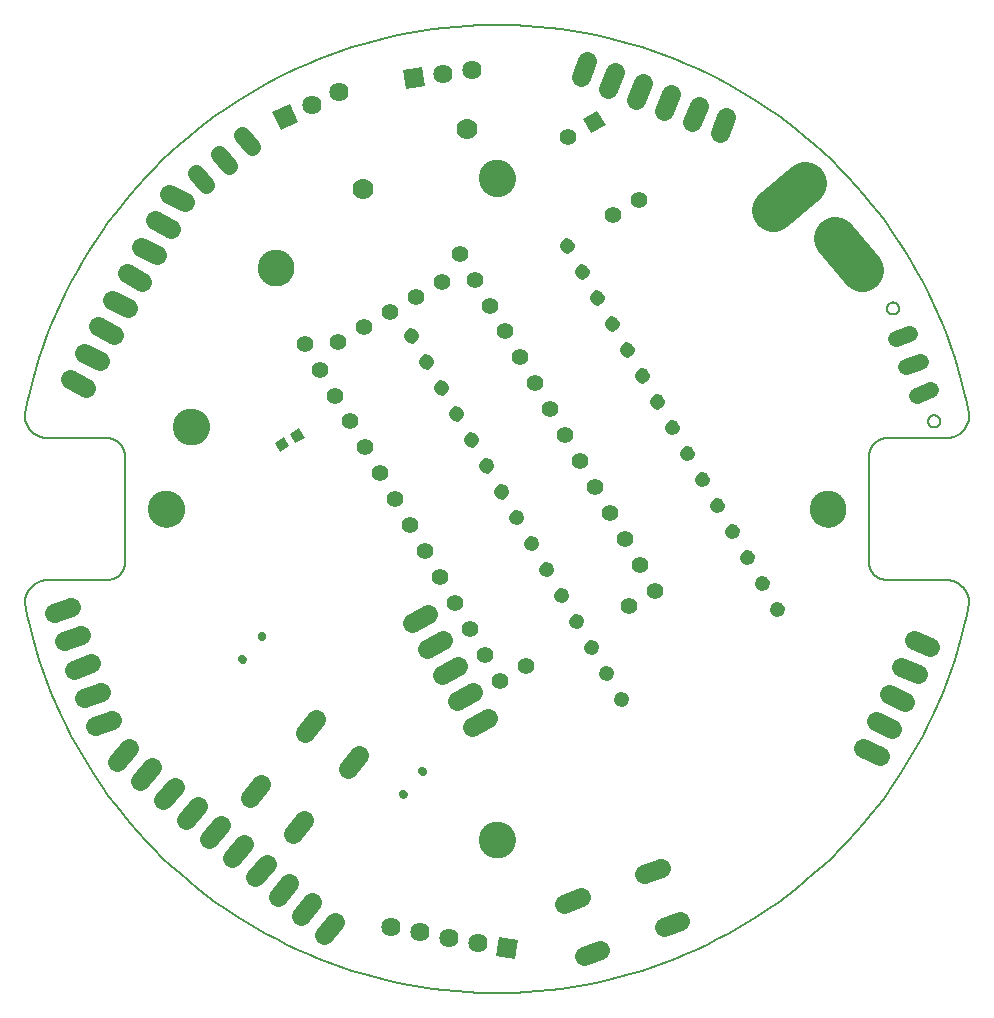
<source format=gbs>
G75*
%MOIN*%
%OFA0B0*%
%FSLAX25Y25*%
%IPPOS*%
%LPD*%
%AMOC8*
5,1,8,0,0,1.08239X$1,22.5*
%
%ADD10C,0.00600*%
%ADD11C,0.00000*%
%ADD12C,0.12211*%
%ADD13R,0.06400X0.06400*%
%ADD14C,0.06400*%
%ADD15C,0.07000*%
%ADD16C,0.14400*%
%ADD17C,0.06400*%
%ADD18R,0.03550X0.03550*%
%ADD19C,0.00952*%
%ADD20C,0.06337*%
%ADD21C,0.05550*%
%ADD22R,0.05550X0.05550*%
%ADD23C,0.05550*%
%ADD24C,0.05400*%
%ADD25C,0.00500*%
%ADD26C,0.02762*%
D10*
X0005820Y0134404D02*
X0005822Y0134594D01*
X0005829Y0134784D01*
X0005841Y0134974D01*
X0005857Y0135164D01*
X0005877Y0135353D01*
X0005903Y0135542D01*
X0005932Y0135730D01*
X0005967Y0135917D01*
X0006006Y0136103D01*
X0006049Y0136288D01*
X0006097Y0136473D01*
X0006149Y0136656D01*
X0006205Y0136837D01*
X0006266Y0137017D01*
X0006332Y0137196D01*
X0006401Y0137373D01*
X0006475Y0137549D01*
X0006553Y0137722D01*
X0006636Y0137894D01*
X0006722Y0138063D01*
X0006812Y0138231D01*
X0006907Y0138396D01*
X0007005Y0138559D01*
X0007108Y0138719D01*
X0007214Y0138877D01*
X0007324Y0139032D01*
X0007437Y0139185D01*
X0007555Y0139335D01*
X0007676Y0139481D01*
X0007800Y0139625D01*
X0007928Y0139766D01*
X0008059Y0139904D01*
X0008194Y0140039D01*
X0008332Y0140170D01*
X0008473Y0140298D01*
X0008617Y0140422D01*
X0008763Y0140543D01*
X0008913Y0140661D01*
X0009066Y0140774D01*
X0009221Y0140884D01*
X0009379Y0140990D01*
X0009539Y0141093D01*
X0009702Y0141191D01*
X0009867Y0141286D01*
X0010035Y0141376D01*
X0010204Y0141462D01*
X0010376Y0141545D01*
X0010549Y0141623D01*
X0010725Y0141697D01*
X0010902Y0141766D01*
X0011081Y0141832D01*
X0011261Y0141893D01*
X0011442Y0141949D01*
X0011625Y0142001D01*
X0011810Y0142049D01*
X0011995Y0142092D01*
X0012181Y0142131D01*
X0012368Y0142166D01*
X0012556Y0142195D01*
X0012745Y0142221D01*
X0012934Y0142241D01*
X0013124Y0142257D01*
X0013314Y0142269D01*
X0013504Y0142276D01*
X0013694Y0142278D01*
X0033379Y0142278D01*
X0033379Y0142277D02*
X0033531Y0142279D01*
X0033683Y0142285D01*
X0033835Y0142295D01*
X0033986Y0142308D01*
X0034137Y0142326D01*
X0034288Y0142347D01*
X0034438Y0142373D01*
X0034587Y0142402D01*
X0034736Y0142435D01*
X0034883Y0142472D01*
X0035030Y0142512D01*
X0035175Y0142557D01*
X0035319Y0142605D01*
X0035462Y0142657D01*
X0035604Y0142712D01*
X0035744Y0142771D01*
X0035883Y0142834D01*
X0036020Y0142900D01*
X0036155Y0142970D01*
X0036288Y0143043D01*
X0036419Y0143120D01*
X0036549Y0143200D01*
X0036676Y0143283D01*
X0036801Y0143369D01*
X0036924Y0143459D01*
X0037044Y0143552D01*
X0037162Y0143648D01*
X0037278Y0143747D01*
X0037391Y0143849D01*
X0037501Y0143953D01*
X0037609Y0144061D01*
X0037713Y0144171D01*
X0037815Y0144284D01*
X0037914Y0144400D01*
X0038010Y0144518D01*
X0038103Y0144638D01*
X0038193Y0144761D01*
X0038279Y0144886D01*
X0038362Y0145013D01*
X0038442Y0145143D01*
X0038519Y0145274D01*
X0038592Y0145407D01*
X0038662Y0145542D01*
X0038728Y0145679D01*
X0038791Y0145818D01*
X0038850Y0145958D01*
X0038905Y0146100D01*
X0038957Y0146243D01*
X0039005Y0146387D01*
X0039050Y0146532D01*
X0039090Y0146679D01*
X0039127Y0146826D01*
X0039160Y0146975D01*
X0039189Y0147124D01*
X0039215Y0147274D01*
X0039236Y0147425D01*
X0039254Y0147576D01*
X0039267Y0147727D01*
X0039277Y0147879D01*
X0039283Y0148031D01*
X0039285Y0148183D01*
X0039284Y0148183D02*
X0039284Y0183617D01*
X0039285Y0183617D02*
X0039283Y0183769D01*
X0039277Y0183921D01*
X0039267Y0184073D01*
X0039254Y0184224D01*
X0039236Y0184375D01*
X0039215Y0184526D01*
X0039189Y0184676D01*
X0039160Y0184825D01*
X0039127Y0184974D01*
X0039090Y0185121D01*
X0039050Y0185268D01*
X0039005Y0185413D01*
X0038957Y0185557D01*
X0038905Y0185700D01*
X0038850Y0185842D01*
X0038791Y0185982D01*
X0038728Y0186121D01*
X0038662Y0186258D01*
X0038592Y0186393D01*
X0038519Y0186526D01*
X0038442Y0186657D01*
X0038362Y0186787D01*
X0038279Y0186914D01*
X0038193Y0187039D01*
X0038103Y0187162D01*
X0038010Y0187282D01*
X0037914Y0187400D01*
X0037815Y0187516D01*
X0037713Y0187629D01*
X0037609Y0187739D01*
X0037501Y0187847D01*
X0037391Y0187951D01*
X0037278Y0188053D01*
X0037162Y0188152D01*
X0037044Y0188248D01*
X0036924Y0188341D01*
X0036801Y0188431D01*
X0036676Y0188517D01*
X0036549Y0188600D01*
X0036419Y0188680D01*
X0036288Y0188757D01*
X0036155Y0188830D01*
X0036020Y0188900D01*
X0035883Y0188966D01*
X0035744Y0189029D01*
X0035604Y0189088D01*
X0035462Y0189143D01*
X0035319Y0189195D01*
X0035175Y0189243D01*
X0035030Y0189288D01*
X0034883Y0189328D01*
X0034736Y0189365D01*
X0034587Y0189398D01*
X0034438Y0189427D01*
X0034288Y0189453D01*
X0034137Y0189474D01*
X0033986Y0189492D01*
X0033835Y0189505D01*
X0033683Y0189515D01*
X0033531Y0189521D01*
X0033379Y0189523D01*
X0033379Y0189522D02*
X0013694Y0189522D01*
X0013504Y0189524D01*
X0013314Y0189531D01*
X0013124Y0189543D01*
X0012934Y0189559D01*
X0012745Y0189579D01*
X0012556Y0189605D01*
X0012368Y0189634D01*
X0012181Y0189669D01*
X0011995Y0189708D01*
X0011810Y0189751D01*
X0011625Y0189799D01*
X0011442Y0189851D01*
X0011261Y0189907D01*
X0011081Y0189968D01*
X0010902Y0190034D01*
X0010725Y0190103D01*
X0010549Y0190177D01*
X0010376Y0190255D01*
X0010204Y0190338D01*
X0010035Y0190424D01*
X0009867Y0190514D01*
X0009702Y0190609D01*
X0009539Y0190707D01*
X0009379Y0190810D01*
X0009221Y0190916D01*
X0009066Y0191026D01*
X0008913Y0191139D01*
X0008763Y0191257D01*
X0008617Y0191378D01*
X0008473Y0191502D01*
X0008332Y0191630D01*
X0008194Y0191761D01*
X0008059Y0191896D01*
X0007928Y0192034D01*
X0007800Y0192175D01*
X0007676Y0192319D01*
X0007555Y0192465D01*
X0007437Y0192615D01*
X0007324Y0192768D01*
X0007214Y0192923D01*
X0007108Y0193081D01*
X0007005Y0193241D01*
X0006907Y0193404D01*
X0006812Y0193569D01*
X0006722Y0193737D01*
X0006636Y0193906D01*
X0006553Y0194078D01*
X0006475Y0194251D01*
X0006401Y0194427D01*
X0006332Y0194604D01*
X0006266Y0194783D01*
X0006205Y0194963D01*
X0006149Y0195144D01*
X0006097Y0195327D01*
X0006049Y0195512D01*
X0006006Y0195697D01*
X0005967Y0195883D01*
X0005932Y0196070D01*
X0005903Y0196258D01*
X0005877Y0196447D01*
X0005857Y0196636D01*
X0005841Y0196826D01*
X0005829Y0197016D01*
X0005822Y0197206D01*
X0005820Y0197396D01*
X0006613Y0201230D01*
X0007501Y0205043D01*
X0008480Y0208833D01*
X0009553Y0212598D01*
X0010716Y0216336D01*
X0011971Y0220045D01*
X0013315Y0223722D01*
X0014749Y0227365D01*
X0016272Y0230971D01*
X0017882Y0234540D01*
X0019579Y0238068D01*
X0021361Y0241554D01*
X0023227Y0244995D01*
X0025178Y0248390D01*
X0027210Y0251736D01*
X0029323Y0255031D01*
X0031517Y0258274D01*
X0033788Y0261463D01*
X0036137Y0264595D01*
X0038562Y0267669D01*
X0041061Y0270682D01*
X0043632Y0273634D01*
X0046275Y0276522D01*
X0048988Y0279345D01*
X0051768Y0282101D01*
X0054615Y0284788D01*
X0057527Y0287405D01*
X0060502Y0289950D01*
X0063538Y0292422D01*
X0066633Y0294819D01*
X0069786Y0297140D01*
X0072995Y0299383D01*
X0076257Y0301547D01*
X0079572Y0303631D01*
X0082936Y0305633D01*
X0086348Y0307553D01*
X0089806Y0309388D01*
X0093307Y0311139D01*
X0096851Y0312804D01*
X0100433Y0314382D01*
X0104054Y0315872D01*
X0107709Y0317274D01*
X0111398Y0318585D01*
X0115117Y0319807D01*
X0118866Y0320937D01*
X0122640Y0321975D01*
X0126439Y0322921D01*
X0130260Y0323774D01*
X0134101Y0324533D01*
X0137959Y0325199D01*
X0141832Y0325770D01*
X0145718Y0326247D01*
X0149614Y0326628D01*
X0153518Y0326915D01*
X0157429Y0327106D01*
X0161343Y0327201D01*
X0165257Y0327201D01*
X0169171Y0327106D01*
X0173082Y0326915D01*
X0176986Y0326628D01*
X0180882Y0326247D01*
X0184768Y0325770D01*
X0188641Y0325199D01*
X0192499Y0324533D01*
X0196340Y0323774D01*
X0200161Y0322921D01*
X0203960Y0321975D01*
X0207734Y0320937D01*
X0211483Y0319807D01*
X0215202Y0318585D01*
X0218891Y0317274D01*
X0222546Y0315872D01*
X0226167Y0314382D01*
X0229749Y0312804D01*
X0233293Y0311139D01*
X0236794Y0309388D01*
X0240252Y0307553D01*
X0243664Y0305633D01*
X0247028Y0303631D01*
X0250343Y0301547D01*
X0253605Y0299383D01*
X0256814Y0297140D01*
X0259967Y0294819D01*
X0263062Y0292422D01*
X0266098Y0289950D01*
X0269073Y0287405D01*
X0271985Y0284788D01*
X0274832Y0282101D01*
X0277612Y0279345D01*
X0280325Y0276522D01*
X0282968Y0273634D01*
X0285539Y0270682D01*
X0288038Y0267669D01*
X0290463Y0264595D01*
X0292812Y0261463D01*
X0295083Y0258274D01*
X0297277Y0255031D01*
X0299390Y0251736D01*
X0301422Y0248390D01*
X0303373Y0244995D01*
X0305239Y0241554D01*
X0307021Y0238068D01*
X0308718Y0234540D01*
X0310328Y0230971D01*
X0311851Y0227365D01*
X0313285Y0223722D01*
X0314629Y0220045D01*
X0315884Y0216336D01*
X0317047Y0212598D01*
X0318120Y0208833D01*
X0319099Y0205043D01*
X0319987Y0201230D01*
X0320780Y0197396D01*
X0320778Y0197206D01*
X0320771Y0197016D01*
X0320759Y0196826D01*
X0320743Y0196636D01*
X0320723Y0196447D01*
X0320697Y0196258D01*
X0320668Y0196070D01*
X0320633Y0195883D01*
X0320594Y0195697D01*
X0320551Y0195512D01*
X0320503Y0195327D01*
X0320451Y0195144D01*
X0320395Y0194963D01*
X0320334Y0194783D01*
X0320268Y0194604D01*
X0320199Y0194427D01*
X0320125Y0194251D01*
X0320047Y0194078D01*
X0319964Y0193906D01*
X0319878Y0193737D01*
X0319788Y0193569D01*
X0319693Y0193404D01*
X0319595Y0193241D01*
X0319492Y0193081D01*
X0319386Y0192923D01*
X0319276Y0192768D01*
X0319163Y0192615D01*
X0319045Y0192465D01*
X0318924Y0192319D01*
X0318800Y0192175D01*
X0318672Y0192034D01*
X0318541Y0191896D01*
X0318406Y0191761D01*
X0318268Y0191630D01*
X0318127Y0191502D01*
X0317983Y0191378D01*
X0317837Y0191257D01*
X0317687Y0191139D01*
X0317534Y0191026D01*
X0317379Y0190916D01*
X0317221Y0190810D01*
X0317061Y0190707D01*
X0316898Y0190609D01*
X0316733Y0190514D01*
X0316565Y0190424D01*
X0316396Y0190338D01*
X0316224Y0190255D01*
X0316051Y0190177D01*
X0315875Y0190103D01*
X0315698Y0190034D01*
X0315519Y0189968D01*
X0315339Y0189907D01*
X0315158Y0189851D01*
X0314975Y0189799D01*
X0314790Y0189751D01*
X0314605Y0189708D01*
X0314419Y0189669D01*
X0314232Y0189634D01*
X0314044Y0189605D01*
X0313855Y0189579D01*
X0313666Y0189559D01*
X0313476Y0189543D01*
X0313286Y0189531D01*
X0313096Y0189524D01*
X0312906Y0189522D01*
X0293221Y0189522D01*
X0293221Y0189523D02*
X0293069Y0189521D01*
X0292917Y0189515D01*
X0292765Y0189505D01*
X0292614Y0189492D01*
X0292463Y0189474D01*
X0292312Y0189453D01*
X0292162Y0189427D01*
X0292013Y0189398D01*
X0291864Y0189365D01*
X0291717Y0189328D01*
X0291570Y0189288D01*
X0291425Y0189243D01*
X0291281Y0189195D01*
X0291138Y0189143D01*
X0290996Y0189088D01*
X0290856Y0189029D01*
X0290717Y0188966D01*
X0290580Y0188900D01*
X0290445Y0188830D01*
X0290312Y0188757D01*
X0290181Y0188680D01*
X0290051Y0188600D01*
X0289924Y0188517D01*
X0289799Y0188431D01*
X0289676Y0188341D01*
X0289556Y0188248D01*
X0289438Y0188152D01*
X0289322Y0188053D01*
X0289209Y0187951D01*
X0289099Y0187847D01*
X0288991Y0187739D01*
X0288887Y0187629D01*
X0288785Y0187516D01*
X0288686Y0187400D01*
X0288590Y0187282D01*
X0288497Y0187162D01*
X0288407Y0187039D01*
X0288321Y0186914D01*
X0288238Y0186787D01*
X0288158Y0186657D01*
X0288081Y0186526D01*
X0288008Y0186393D01*
X0287938Y0186258D01*
X0287872Y0186121D01*
X0287809Y0185982D01*
X0287750Y0185842D01*
X0287695Y0185700D01*
X0287643Y0185557D01*
X0287595Y0185413D01*
X0287550Y0185268D01*
X0287510Y0185121D01*
X0287473Y0184974D01*
X0287440Y0184825D01*
X0287411Y0184676D01*
X0287385Y0184526D01*
X0287364Y0184375D01*
X0287346Y0184224D01*
X0287333Y0184073D01*
X0287323Y0183921D01*
X0287317Y0183769D01*
X0287315Y0183617D01*
X0287316Y0183617D02*
X0287316Y0148183D01*
X0287315Y0148183D02*
X0287317Y0148031D01*
X0287323Y0147879D01*
X0287333Y0147727D01*
X0287346Y0147576D01*
X0287364Y0147425D01*
X0287385Y0147274D01*
X0287411Y0147124D01*
X0287440Y0146975D01*
X0287473Y0146826D01*
X0287510Y0146679D01*
X0287550Y0146532D01*
X0287595Y0146387D01*
X0287643Y0146243D01*
X0287695Y0146100D01*
X0287750Y0145958D01*
X0287809Y0145818D01*
X0287872Y0145679D01*
X0287938Y0145542D01*
X0288008Y0145407D01*
X0288081Y0145274D01*
X0288158Y0145143D01*
X0288238Y0145013D01*
X0288321Y0144886D01*
X0288407Y0144761D01*
X0288497Y0144638D01*
X0288590Y0144518D01*
X0288686Y0144400D01*
X0288785Y0144284D01*
X0288887Y0144171D01*
X0288991Y0144061D01*
X0289099Y0143953D01*
X0289209Y0143849D01*
X0289322Y0143747D01*
X0289438Y0143648D01*
X0289556Y0143552D01*
X0289676Y0143459D01*
X0289799Y0143369D01*
X0289924Y0143283D01*
X0290051Y0143200D01*
X0290181Y0143120D01*
X0290312Y0143043D01*
X0290445Y0142970D01*
X0290580Y0142900D01*
X0290717Y0142834D01*
X0290856Y0142771D01*
X0290996Y0142712D01*
X0291138Y0142657D01*
X0291281Y0142605D01*
X0291425Y0142557D01*
X0291570Y0142512D01*
X0291717Y0142472D01*
X0291864Y0142435D01*
X0292013Y0142402D01*
X0292162Y0142373D01*
X0292312Y0142347D01*
X0292463Y0142326D01*
X0292614Y0142308D01*
X0292765Y0142295D01*
X0292917Y0142285D01*
X0293069Y0142279D01*
X0293221Y0142277D01*
X0293221Y0142278D02*
X0312906Y0142278D01*
X0313096Y0142276D01*
X0313286Y0142269D01*
X0313476Y0142257D01*
X0313666Y0142241D01*
X0313855Y0142221D01*
X0314044Y0142195D01*
X0314232Y0142166D01*
X0314419Y0142131D01*
X0314605Y0142092D01*
X0314790Y0142049D01*
X0314975Y0142001D01*
X0315158Y0141949D01*
X0315339Y0141893D01*
X0315519Y0141832D01*
X0315698Y0141766D01*
X0315875Y0141697D01*
X0316051Y0141623D01*
X0316224Y0141545D01*
X0316396Y0141462D01*
X0316565Y0141376D01*
X0316733Y0141286D01*
X0316898Y0141191D01*
X0317061Y0141093D01*
X0317221Y0140990D01*
X0317379Y0140884D01*
X0317534Y0140774D01*
X0317687Y0140661D01*
X0317837Y0140543D01*
X0317983Y0140422D01*
X0318127Y0140298D01*
X0318268Y0140170D01*
X0318406Y0140039D01*
X0318541Y0139904D01*
X0318672Y0139766D01*
X0318800Y0139625D01*
X0318924Y0139481D01*
X0319045Y0139335D01*
X0319163Y0139185D01*
X0319276Y0139032D01*
X0319386Y0138877D01*
X0319492Y0138719D01*
X0319595Y0138559D01*
X0319693Y0138396D01*
X0319788Y0138231D01*
X0319878Y0138063D01*
X0319964Y0137894D01*
X0320047Y0137722D01*
X0320125Y0137549D01*
X0320199Y0137373D01*
X0320268Y0137196D01*
X0320334Y0137017D01*
X0320395Y0136837D01*
X0320451Y0136656D01*
X0320503Y0136473D01*
X0320551Y0136288D01*
X0320594Y0136103D01*
X0320633Y0135917D01*
X0320668Y0135730D01*
X0320697Y0135542D01*
X0320723Y0135353D01*
X0320743Y0135164D01*
X0320759Y0134974D01*
X0320771Y0134784D01*
X0320778Y0134594D01*
X0320780Y0134404D01*
X0319987Y0130570D01*
X0319099Y0126757D01*
X0318120Y0122967D01*
X0317047Y0119202D01*
X0315884Y0115464D01*
X0314629Y0111755D01*
X0313285Y0108078D01*
X0311851Y0104435D01*
X0310328Y0100829D01*
X0308718Y0097260D01*
X0307021Y0093732D01*
X0305239Y0090246D01*
X0303373Y0086805D01*
X0301422Y0083410D01*
X0299390Y0080064D01*
X0297277Y0076769D01*
X0295083Y0073526D01*
X0292812Y0070337D01*
X0290463Y0067205D01*
X0288038Y0064131D01*
X0285539Y0061118D01*
X0282968Y0058166D01*
X0280325Y0055278D01*
X0277612Y0052455D01*
X0274832Y0049699D01*
X0271985Y0047012D01*
X0269073Y0044395D01*
X0266098Y0041850D01*
X0263062Y0039378D01*
X0259967Y0036981D01*
X0256814Y0034660D01*
X0253605Y0032417D01*
X0250343Y0030253D01*
X0247028Y0028169D01*
X0243664Y0026167D01*
X0240252Y0024247D01*
X0236794Y0022412D01*
X0233293Y0020661D01*
X0229749Y0018996D01*
X0226167Y0017418D01*
X0222546Y0015928D01*
X0218891Y0014526D01*
X0215202Y0013215D01*
X0211483Y0011993D01*
X0207734Y0010863D01*
X0203960Y0009825D01*
X0200161Y0008879D01*
X0196340Y0008026D01*
X0192499Y0007267D01*
X0188641Y0006601D01*
X0184768Y0006030D01*
X0180882Y0005553D01*
X0176986Y0005172D01*
X0173082Y0004885D01*
X0169171Y0004694D01*
X0165257Y0004599D01*
X0161343Y0004599D01*
X0157429Y0004694D01*
X0153518Y0004885D01*
X0149614Y0005172D01*
X0145718Y0005553D01*
X0141832Y0006030D01*
X0137959Y0006601D01*
X0134101Y0007267D01*
X0130260Y0008026D01*
X0126439Y0008879D01*
X0122640Y0009825D01*
X0118866Y0010863D01*
X0115117Y0011993D01*
X0111398Y0013215D01*
X0107709Y0014526D01*
X0104054Y0015928D01*
X0100433Y0017418D01*
X0096851Y0018996D01*
X0093307Y0020661D01*
X0089806Y0022412D01*
X0086348Y0024247D01*
X0082936Y0026167D01*
X0079572Y0028169D01*
X0076257Y0030253D01*
X0072995Y0032417D01*
X0069786Y0034660D01*
X0066633Y0036981D01*
X0063538Y0039378D01*
X0060502Y0041850D01*
X0057527Y0044395D01*
X0054615Y0047012D01*
X0051768Y0049699D01*
X0048988Y0052455D01*
X0046275Y0055278D01*
X0043632Y0058166D01*
X0041061Y0061118D01*
X0038562Y0064131D01*
X0036137Y0067205D01*
X0033788Y0070337D01*
X0031517Y0073526D01*
X0029323Y0076769D01*
X0027210Y0080064D01*
X0025178Y0083410D01*
X0023227Y0086805D01*
X0021361Y0090246D01*
X0019579Y0093732D01*
X0017882Y0097260D01*
X0016272Y0100829D01*
X0014749Y0104435D01*
X0013315Y0108078D01*
X0011971Y0111755D01*
X0010716Y0115464D01*
X0009553Y0119202D01*
X0008480Y0122967D01*
X0007501Y0126757D01*
X0006613Y0130570D01*
X0005820Y0134404D01*
D11*
X0047158Y0165900D02*
X0047160Y0166053D01*
X0047166Y0166207D01*
X0047176Y0166360D01*
X0047190Y0166512D01*
X0047208Y0166665D01*
X0047230Y0166816D01*
X0047255Y0166967D01*
X0047285Y0167118D01*
X0047319Y0167268D01*
X0047356Y0167416D01*
X0047397Y0167564D01*
X0047442Y0167710D01*
X0047491Y0167856D01*
X0047544Y0168000D01*
X0047600Y0168142D01*
X0047660Y0168283D01*
X0047724Y0168423D01*
X0047791Y0168561D01*
X0047862Y0168697D01*
X0047937Y0168831D01*
X0048014Y0168963D01*
X0048096Y0169093D01*
X0048180Y0169221D01*
X0048268Y0169347D01*
X0048359Y0169470D01*
X0048453Y0169591D01*
X0048551Y0169709D01*
X0048651Y0169825D01*
X0048755Y0169938D01*
X0048861Y0170049D01*
X0048970Y0170157D01*
X0049082Y0170262D01*
X0049196Y0170363D01*
X0049314Y0170462D01*
X0049433Y0170558D01*
X0049555Y0170651D01*
X0049680Y0170740D01*
X0049807Y0170827D01*
X0049936Y0170909D01*
X0050067Y0170989D01*
X0050200Y0171065D01*
X0050335Y0171138D01*
X0050472Y0171207D01*
X0050611Y0171272D01*
X0050751Y0171334D01*
X0050893Y0171392D01*
X0051036Y0171447D01*
X0051181Y0171498D01*
X0051327Y0171545D01*
X0051474Y0171588D01*
X0051622Y0171627D01*
X0051771Y0171663D01*
X0051921Y0171694D01*
X0052072Y0171722D01*
X0052223Y0171746D01*
X0052376Y0171766D01*
X0052528Y0171782D01*
X0052681Y0171794D01*
X0052834Y0171802D01*
X0052987Y0171806D01*
X0053141Y0171806D01*
X0053294Y0171802D01*
X0053447Y0171794D01*
X0053600Y0171782D01*
X0053752Y0171766D01*
X0053905Y0171746D01*
X0054056Y0171722D01*
X0054207Y0171694D01*
X0054357Y0171663D01*
X0054506Y0171627D01*
X0054654Y0171588D01*
X0054801Y0171545D01*
X0054947Y0171498D01*
X0055092Y0171447D01*
X0055235Y0171392D01*
X0055377Y0171334D01*
X0055517Y0171272D01*
X0055656Y0171207D01*
X0055793Y0171138D01*
X0055928Y0171065D01*
X0056061Y0170989D01*
X0056192Y0170909D01*
X0056321Y0170827D01*
X0056448Y0170740D01*
X0056573Y0170651D01*
X0056695Y0170558D01*
X0056814Y0170462D01*
X0056932Y0170363D01*
X0057046Y0170262D01*
X0057158Y0170157D01*
X0057267Y0170049D01*
X0057373Y0169938D01*
X0057477Y0169825D01*
X0057577Y0169709D01*
X0057675Y0169591D01*
X0057769Y0169470D01*
X0057860Y0169347D01*
X0057948Y0169221D01*
X0058032Y0169093D01*
X0058114Y0168963D01*
X0058191Y0168831D01*
X0058266Y0168697D01*
X0058337Y0168561D01*
X0058404Y0168423D01*
X0058468Y0168283D01*
X0058528Y0168142D01*
X0058584Y0168000D01*
X0058637Y0167856D01*
X0058686Y0167710D01*
X0058731Y0167564D01*
X0058772Y0167416D01*
X0058809Y0167268D01*
X0058843Y0167118D01*
X0058873Y0166967D01*
X0058898Y0166816D01*
X0058920Y0166665D01*
X0058938Y0166512D01*
X0058952Y0166360D01*
X0058962Y0166207D01*
X0058968Y0166053D01*
X0058970Y0165900D01*
X0058968Y0165747D01*
X0058962Y0165593D01*
X0058952Y0165440D01*
X0058938Y0165288D01*
X0058920Y0165135D01*
X0058898Y0164984D01*
X0058873Y0164833D01*
X0058843Y0164682D01*
X0058809Y0164532D01*
X0058772Y0164384D01*
X0058731Y0164236D01*
X0058686Y0164090D01*
X0058637Y0163944D01*
X0058584Y0163800D01*
X0058528Y0163658D01*
X0058468Y0163517D01*
X0058404Y0163377D01*
X0058337Y0163239D01*
X0058266Y0163103D01*
X0058191Y0162969D01*
X0058114Y0162837D01*
X0058032Y0162707D01*
X0057948Y0162579D01*
X0057860Y0162453D01*
X0057769Y0162330D01*
X0057675Y0162209D01*
X0057577Y0162091D01*
X0057477Y0161975D01*
X0057373Y0161862D01*
X0057267Y0161751D01*
X0057158Y0161643D01*
X0057046Y0161538D01*
X0056932Y0161437D01*
X0056814Y0161338D01*
X0056695Y0161242D01*
X0056573Y0161149D01*
X0056448Y0161060D01*
X0056321Y0160973D01*
X0056192Y0160891D01*
X0056061Y0160811D01*
X0055928Y0160735D01*
X0055793Y0160662D01*
X0055656Y0160593D01*
X0055517Y0160528D01*
X0055377Y0160466D01*
X0055235Y0160408D01*
X0055092Y0160353D01*
X0054947Y0160302D01*
X0054801Y0160255D01*
X0054654Y0160212D01*
X0054506Y0160173D01*
X0054357Y0160137D01*
X0054207Y0160106D01*
X0054056Y0160078D01*
X0053905Y0160054D01*
X0053752Y0160034D01*
X0053600Y0160018D01*
X0053447Y0160006D01*
X0053294Y0159998D01*
X0053141Y0159994D01*
X0052987Y0159994D01*
X0052834Y0159998D01*
X0052681Y0160006D01*
X0052528Y0160018D01*
X0052376Y0160034D01*
X0052223Y0160054D01*
X0052072Y0160078D01*
X0051921Y0160106D01*
X0051771Y0160137D01*
X0051622Y0160173D01*
X0051474Y0160212D01*
X0051327Y0160255D01*
X0051181Y0160302D01*
X0051036Y0160353D01*
X0050893Y0160408D01*
X0050751Y0160466D01*
X0050611Y0160528D01*
X0050472Y0160593D01*
X0050335Y0160662D01*
X0050200Y0160735D01*
X0050067Y0160811D01*
X0049936Y0160891D01*
X0049807Y0160973D01*
X0049680Y0161060D01*
X0049555Y0161149D01*
X0049433Y0161242D01*
X0049314Y0161338D01*
X0049196Y0161437D01*
X0049082Y0161538D01*
X0048970Y0161643D01*
X0048861Y0161751D01*
X0048755Y0161862D01*
X0048651Y0161975D01*
X0048551Y0162091D01*
X0048453Y0162209D01*
X0048359Y0162330D01*
X0048268Y0162453D01*
X0048180Y0162579D01*
X0048096Y0162707D01*
X0048014Y0162837D01*
X0047937Y0162969D01*
X0047862Y0163103D01*
X0047791Y0163239D01*
X0047724Y0163377D01*
X0047660Y0163517D01*
X0047600Y0163658D01*
X0047544Y0163800D01*
X0047491Y0163944D01*
X0047442Y0164090D01*
X0047397Y0164236D01*
X0047356Y0164384D01*
X0047319Y0164532D01*
X0047285Y0164682D01*
X0047255Y0164833D01*
X0047230Y0164984D01*
X0047208Y0165135D01*
X0047190Y0165288D01*
X0047176Y0165440D01*
X0047166Y0165593D01*
X0047160Y0165747D01*
X0047158Y0165900D01*
X0055434Y0193355D02*
X0055436Y0193508D01*
X0055442Y0193662D01*
X0055452Y0193815D01*
X0055466Y0193967D01*
X0055484Y0194120D01*
X0055506Y0194271D01*
X0055531Y0194422D01*
X0055561Y0194573D01*
X0055595Y0194723D01*
X0055632Y0194871D01*
X0055673Y0195019D01*
X0055718Y0195165D01*
X0055767Y0195311D01*
X0055820Y0195455D01*
X0055876Y0195597D01*
X0055936Y0195738D01*
X0056000Y0195878D01*
X0056067Y0196016D01*
X0056138Y0196152D01*
X0056213Y0196286D01*
X0056290Y0196418D01*
X0056372Y0196548D01*
X0056456Y0196676D01*
X0056544Y0196802D01*
X0056635Y0196925D01*
X0056729Y0197046D01*
X0056827Y0197164D01*
X0056927Y0197280D01*
X0057031Y0197393D01*
X0057137Y0197504D01*
X0057246Y0197612D01*
X0057358Y0197717D01*
X0057472Y0197818D01*
X0057590Y0197917D01*
X0057709Y0198013D01*
X0057831Y0198106D01*
X0057956Y0198195D01*
X0058083Y0198282D01*
X0058212Y0198364D01*
X0058343Y0198444D01*
X0058476Y0198520D01*
X0058611Y0198593D01*
X0058748Y0198662D01*
X0058887Y0198727D01*
X0059027Y0198789D01*
X0059169Y0198847D01*
X0059312Y0198902D01*
X0059457Y0198953D01*
X0059603Y0199000D01*
X0059750Y0199043D01*
X0059898Y0199082D01*
X0060047Y0199118D01*
X0060197Y0199149D01*
X0060348Y0199177D01*
X0060499Y0199201D01*
X0060652Y0199221D01*
X0060804Y0199237D01*
X0060957Y0199249D01*
X0061110Y0199257D01*
X0061263Y0199261D01*
X0061417Y0199261D01*
X0061570Y0199257D01*
X0061723Y0199249D01*
X0061876Y0199237D01*
X0062028Y0199221D01*
X0062181Y0199201D01*
X0062332Y0199177D01*
X0062483Y0199149D01*
X0062633Y0199118D01*
X0062782Y0199082D01*
X0062930Y0199043D01*
X0063077Y0199000D01*
X0063223Y0198953D01*
X0063368Y0198902D01*
X0063511Y0198847D01*
X0063653Y0198789D01*
X0063793Y0198727D01*
X0063932Y0198662D01*
X0064069Y0198593D01*
X0064204Y0198520D01*
X0064337Y0198444D01*
X0064468Y0198364D01*
X0064597Y0198282D01*
X0064724Y0198195D01*
X0064849Y0198106D01*
X0064971Y0198013D01*
X0065090Y0197917D01*
X0065208Y0197818D01*
X0065322Y0197717D01*
X0065434Y0197612D01*
X0065543Y0197504D01*
X0065649Y0197393D01*
X0065753Y0197280D01*
X0065853Y0197164D01*
X0065951Y0197046D01*
X0066045Y0196925D01*
X0066136Y0196802D01*
X0066224Y0196676D01*
X0066308Y0196548D01*
X0066390Y0196418D01*
X0066467Y0196286D01*
X0066542Y0196152D01*
X0066613Y0196016D01*
X0066680Y0195878D01*
X0066744Y0195738D01*
X0066804Y0195597D01*
X0066860Y0195455D01*
X0066913Y0195311D01*
X0066962Y0195165D01*
X0067007Y0195019D01*
X0067048Y0194871D01*
X0067085Y0194723D01*
X0067119Y0194573D01*
X0067149Y0194422D01*
X0067174Y0194271D01*
X0067196Y0194120D01*
X0067214Y0193967D01*
X0067228Y0193815D01*
X0067238Y0193662D01*
X0067244Y0193508D01*
X0067246Y0193355D01*
X0067244Y0193202D01*
X0067238Y0193048D01*
X0067228Y0192895D01*
X0067214Y0192743D01*
X0067196Y0192590D01*
X0067174Y0192439D01*
X0067149Y0192288D01*
X0067119Y0192137D01*
X0067085Y0191987D01*
X0067048Y0191839D01*
X0067007Y0191691D01*
X0066962Y0191545D01*
X0066913Y0191399D01*
X0066860Y0191255D01*
X0066804Y0191113D01*
X0066744Y0190972D01*
X0066680Y0190832D01*
X0066613Y0190694D01*
X0066542Y0190558D01*
X0066467Y0190424D01*
X0066390Y0190292D01*
X0066308Y0190162D01*
X0066224Y0190034D01*
X0066136Y0189908D01*
X0066045Y0189785D01*
X0065951Y0189664D01*
X0065853Y0189546D01*
X0065753Y0189430D01*
X0065649Y0189317D01*
X0065543Y0189206D01*
X0065434Y0189098D01*
X0065322Y0188993D01*
X0065208Y0188892D01*
X0065090Y0188793D01*
X0064971Y0188697D01*
X0064849Y0188604D01*
X0064724Y0188515D01*
X0064597Y0188428D01*
X0064468Y0188346D01*
X0064337Y0188266D01*
X0064204Y0188190D01*
X0064069Y0188117D01*
X0063932Y0188048D01*
X0063793Y0187983D01*
X0063653Y0187921D01*
X0063511Y0187863D01*
X0063368Y0187808D01*
X0063223Y0187757D01*
X0063077Y0187710D01*
X0062930Y0187667D01*
X0062782Y0187628D01*
X0062633Y0187592D01*
X0062483Y0187561D01*
X0062332Y0187533D01*
X0062181Y0187509D01*
X0062028Y0187489D01*
X0061876Y0187473D01*
X0061723Y0187461D01*
X0061570Y0187453D01*
X0061417Y0187449D01*
X0061263Y0187449D01*
X0061110Y0187453D01*
X0060957Y0187461D01*
X0060804Y0187473D01*
X0060652Y0187489D01*
X0060499Y0187509D01*
X0060348Y0187533D01*
X0060197Y0187561D01*
X0060047Y0187592D01*
X0059898Y0187628D01*
X0059750Y0187667D01*
X0059603Y0187710D01*
X0059457Y0187757D01*
X0059312Y0187808D01*
X0059169Y0187863D01*
X0059027Y0187921D01*
X0058887Y0187983D01*
X0058748Y0188048D01*
X0058611Y0188117D01*
X0058476Y0188190D01*
X0058343Y0188266D01*
X0058212Y0188346D01*
X0058083Y0188428D01*
X0057956Y0188515D01*
X0057831Y0188604D01*
X0057709Y0188697D01*
X0057590Y0188793D01*
X0057472Y0188892D01*
X0057358Y0188993D01*
X0057246Y0189098D01*
X0057137Y0189206D01*
X0057031Y0189317D01*
X0056927Y0189430D01*
X0056827Y0189546D01*
X0056729Y0189664D01*
X0056635Y0189785D01*
X0056544Y0189908D01*
X0056456Y0190034D01*
X0056372Y0190162D01*
X0056290Y0190292D01*
X0056213Y0190424D01*
X0056138Y0190558D01*
X0056067Y0190694D01*
X0056000Y0190832D01*
X0055936Y0190972D01*
X0055876Y0191113D01*
X0055820Y0191255D01*
X0055767Y0191399D01*
X0055718Y0191545D01*
X0055673Y0191691D01*
X0055632Y0191839D01*
X0055595Y0191987D01*
X0055561Y0192137D01*
X0055531Y0192288D01*
X0055506Y0192439D01*
X0055484Y0192590D01*
X0055466Y0192743D01*
X0055452Y0192895D01*
X0055442Y0193048D01*
X0055436Y0193202D01*
X0055434Y0193355D01*
X0083602Y0246332D02*
X0083604Y0246485D01*
X0083610Y0246639D01*
X0083620Y0246792D01*
X0083634Y0246944D01*
X0083652Y0247097D01*
X0083674Y0247248D01*
X0083699Y0247399D01*
X0083729Y0247550D01*
X0083763Y0247700D01*
X0083800Y0247848D01*
X0083841Y0247996D01*
X0083886Y0248142D01*
X0083935Y0248288D01*
X0083988Y0248432D01*
X0084044Y0248574D01*
X0084104Y0248715D01*
X0084168Y0248855D01*
X0084235Y0248993D01*
X0084306Y0249129D01*
X0084381Y0249263D01*
X0084458Y0249395D01*
X0084540Y0249525D01*
X0084624Y0249653D01*
X0084712Y0249779D01*
X0084803Y0249902D01*
X0084897Y0250023D01*
X0084995Y0250141D01*
X0085095Y0250257D01*
X0085199Y0250370D01*
X0085305Y0250481D01*
X0085414Y0250589D01*
X0085526Y0250694D01*
X0085640Y0250795D01*
X0085758Y0250894D01*
X0085877Y0250990D01*
X0085999Y0251083D01*
X0086124Y0251172D01*
X0086251Y0251259D01*
X0086380Y0251341D01*
X0086511Y0251421D01*
X0086644Y0251497D01*
X0086779Y0251570D01*
X0086916Y0251639D01*
X0087055Y0251704D01*
X0087195Y0251766D01*
X0087337Y0251824D01*
X0087480Y0251879D01*
X0087625Y0251930D01*
X0087771Y0251977D01*
X0087918Y0252020D01*
X0088066Y0252059D01*
X0088215Y0252095D01*
X0088365Y0252126D01*
X0088516Y0252154D01*
X0088667Y0252178D01*
X0088820Y0252198D01*
X0088972Y0252214D01*
X0089125Y0252226D01*
X0089278Y0252234D01*
X0089431Y0252238D01*
X0089585Y0252238D01*
X0089738Y0252234D01*
X0089891Y0252226D01*
X0090044Y0252214D01*
X0090196Y0252198D01*
X0090349Y0252178D01*
X0090500Y0252154D01*
X0090651Y0252126D01*
X0090801Y0252095D01*
X0090950Y0252059D01*
X0091098Y0252020D01*
X0091245Y0251977D01*
X0091391Y0251930D01*
X0091536Y0251879D01*
X0091679Y0251824D01*
X0091821Y0251766D01*
X0091961Y0251704D01*
X0092100Y0251639D01*
X0092237Y0251570D01*
X0092372Y0251497D01*
X0092505Y0251421D01*
X0092636Y0251341D01*
X0092765Y0251259D01*
X0092892Y0251172D01*
X0093017Y0251083D01*
X0093139Y0250990D01*
X0093258Y0250894D01*
X0093376Y0250795D01*
X0093490Y0250694D01*
X0093602Y0250589D01*
X0093711Y0250481D01*
X0093817Y0250370D01*
X0093921Y0250257D01*
X0094021Y0250141D01*
X0094119Y0250023D01*
X0094213Y0249902D01*
X0094304Y0249779D01*
X0094392Y0249653D01*
X0094476Y0249525D01*
X0094558Y0249395D01*
X0094635Y0249263D01*
X0094710Y0249129D01*
X0094781Y0248993D01*
X0094848Y0248855D01*
X0094912Y0248715D01*
X0094972Y0248574D01*
X0095028Y0248432D01*
X0095081Y0248288D01*
X0095130Y0248142D01*
X0095175Y0247996D01*
X0095216Y0247848D01*
X0095253Y0247700D01*
X0095287Y0247550D01*
X0095317Y0247399D01*
X0095342Y0247248D01*
X0095364Y0247097D01*
X0095382Y0246944D01*
X0095396Y0246792D01*
X0095406Y0246639D01*
X0095412Y0246485D01*
X0095414Y0246332D01*
X0095412Y0246179D01*
X0095406Y0246025D01*
X0095396Y0245872D01*
X0095382Y0245720D01*
X0095364Y0245567D01*
X0095342Y0245416D01*
X0095317Y0245265D01*
X0095287Y0245114D01*
X0095253Y0244964D01*
X0095216Y0244816D01*
X0095175Y0244668D01*
X0095130Y0244522D01*
X0095081Y0244376D01*
X0095028Y0244232D01*
X0094972Y0244090D01*
X0094912Y0243949D01*
X0094848Y0243809D01*
X0094781Y0243671D01*
X0094710Y0243535D01*
X0094635Y0243401D01*
X0094558Y0243269D01*
X0094476Y0243139D01*
X0094392Y0243011D01*
X0094304Y0242885D01*
X0094213Y0242762D01*
X0094119Y0242641D01*
X0094021Y0242523D01*
X0093921Y0242407D01*
X0093817Y0242294D01*
X0093711Y0242183D01*
X0093602Y0242075D01*
X0093490Y0241970D01*
X0093376Y0241869D01*
X0093258Y0241770D01*
X0093139Y0241674D01*
X0093017Y0241581D01*
X0092892Y0241492D01*
X0092765Y0241405D01*
X0092636Y0241323D01*
X0092505Y0241243D01*
X0092372Y0241167D01*
X0092237Y0241094D01*
X0092100Y0241025D01*
X0091961Y0240960D01*
X0091821Y0240898D01*
X0091679Y0240840D01*
X0091536Y0240785D01*
X0091391Y0240734D01*
X0091245Y0240687D01*
X0091098Y0240644D01*
X0090950Y0240605D01*
X0090801Y0240569D01*
X0090651Y0240538D01*
X0090500Y0240510D01*
X0090349Y0240486D01*
X0090196Y0240466D01*
X0090044Y0240450D01*
X0089891Y0240438D01*
X0089738Y0240430D01*
X0089585Y0240426D01*
X0089431Y0240426D01*
X0089278Y0240430D01*
X0089125Y0240438D01*
X0088972Y0240450D01*
X0088820Y0240466D01*
X0088667Y0240486D01*
X0088516Y0240510D01*
X0088365Y0240538D01*
X0088215Y0240569D01*
X0088066Y0240605D01*
X0087918Y0240644D01*
X0087771Y0240687D01*
X0087625Y0240734D01*
X0087480Y0240785D01*
X0087337Y0240840D01*
X0087195Y0240898D01*
X0087055Y0240960D01*
X0086916Y0241025D01*
X0086779Y0241094D01*
X0086644Y0241167D01*
X0086511Y0241243D01*
X0086380Y0241323D01*
X0086251Y0241405D01*
X0086124Y0241492D01*
X0085999Y0241581D01*
X0085877Y0241674D01*
X0085758Y0241770D01*
X0085640Y0241869D01*
X0085526Y0241970D01*
X0085414Y0242075D01*
X0085305Y0242183D01*
X0085199Y0242294D01*
X0085095Y0242407D01*
X0084995Y0242523D01*
X0084897Y0242641D01*
X0084803Y0242762D01*
X0084712Y0242885D01*
X0084624Y0243011D01*
X0084540Y0243139D01*
X0084458Y0243269D01*
X0084381Y0243401D01*
X0084306Y0243535D01*
X0084235Y0243671D01*
X0084168Y0243809D01*
X0084104Y0243949D01*
X0084044Y0244090D01*
X0083988Y0244232D01*
X0083935Y0244376D01*
X0083886Y0244522D01*
X0083841Y0244668D01*
X0083800Y0244816D01*
X0083763Y0244964D01*
X0083729Y0245114D01*
X0083699Y0245265D01*
X0083674Y0245416D01*
X0083652Y0245567D01*
X0083634Y0245720D01*
X0083620Y0245872D01*
X0083610Y0246025D01*
X0083604Y0246179D01*
X0083602Y0246332D01*
X0157394Y0276136D02*
X0157396Y0276289D01*
X0157402Y0276443D01*
X0157412Y0276596D01*
X0157426Y0276748D01*
X0157444Y0276901D01*
X0157466Y0277052D01*
X0157491Y0277203D01*
X0157521Y0277354D01*
X0157555Y0277504D01*
X0157592Y0277652D01*
X0157633Y0277800D01*
X0157678Y0277946D01*
X0157727Y0278092D01*
X0157780Y0278236D01*
X0157836Y0278378D01*
X0157896Y0278519D01*
X0157960Y0278659D01*
X0158027Y0278797D01*
X0158098Y0278933D01*
X0158173Y0279067D01*
X0158250Y0279199D01*
X0158332Y0279329D01*
X0158416Y0279457D01*
X0158504Y0279583D01*
X0158595Y0279706D01*
X0158689Y0279827D01*
X0158787Y0279945D01*
X0158887Y0280061D01*
X0158991Y0280174D01*
X0159097Y0280285D01*
X0159206Y0280393D01*
X0159318Y0280498D01*
X0159432Y0280599D01*
X0159550Y0280698D01*
X0159669Y0280794D01*
X0159791Y0280887D01*
X0159916Y0280976D01*
X0160043Y0281063D01*
X0160172Y0281145D01*
X0160303Y0281225D01*
X0160436Y0281301D01*
X0160571Y0281374D01*
X0160708Y0281443D01*
X0160847Y0281508D01*
X0160987Y0281570D01*
X0161129Y0281628D01*
X0161272Y0281683D01*
X0161417Y0281734D01*
X0161563Y0281781D01*
X0161710Y0281824D01*
X0161858Y0281863D01*
X0162007Y0281899D01*
X0162157Y0281930D01*
X0162308Y0281958D01*
X0162459Y0281982D01*
X0162612Y0282002D01*
X0162764Y0282018D01*
X0162917Y0282030D01*
X0163070Y0282038D01*
X0163223Y0282042D01*
X0163377Y0282042D01*
X0163530Y0282038D01*
X0163683Y0282030D01*
X0163836Y0282018D01*
X0163988Y0282002D01*
X0164141Y0281982D01*
X0164292Y0281958D01*
X0164443Y0281930D01*
X0164593Y0281899D01*
X0164742Y0281863D01*
X0164890Y0281824D01*
X0165037Y0281781D01*
X0165183Y0281734D01*
X0165328Y0281683D01*
X0165471Y0281628D01*
X0165613Y0281570D01*
X0165753Y0281508D01*
X0165892Y0281443D01*
X0166029Y0281374D01*
X0166164Y0281301D01*
X0166297Y0281225D01*
X0166428Y0281145D01*
X0166557Y0281063D01*
X0166684Y0280976D01*
X0166809Y0280887D01*
X0166931Y0280794D01*
X0167050Y0280698D01*
X0167168Y0280599D01*
X0167282Y0280498D01*
X0167394Y0280393D01*
X0167503Y0280285D01*
X0167609Y0280174D01*
X0167713Y0280061D01*
X0167813Y0279945D01*
X0167911Y0279827D01*
X0168005Y0279706D01*
X0168096Y0279583D01*
X0168184Y0279457D01*
X0168268Y0279329D01*
X0168350Y0279199D01*
X0168427Y0279067D01*
X0168502Y0278933D01*
X0168573Y0278797D01*
X0168640Y0278659D01*
X0168704Y0278519D01*
X0168764Y0278378D01*
X0168820Y0278236D01*
X0168873Y0278092D01*
X0168922Y0277946D01*
X0168967Y0277800D01*
X0169008Y0277652D01*
X0169045Y0277504D01*
X0169079Y0277354D01*
X0169109Y0277203D01*
X0169134Y0277052D01*
X0169156Y0276901D01*
X0169174Y0276748D01*
X0169188Y0276596D01*
X0169198Y0276443D01*
X0169204Y0276289D01*
X0169206Y0276136D01*
X0169204Y0275983D01*
X0169198Y0275829D01*
X0169188Y0275676D01*
X0169174Y0275524D01*
X0169156Y0275371D01*
X0169134Y0275220D01*
X0169109Y0275069D01*
X0169079Y0274918D01*
X0169045Y0274768D01*
X0169008Y0274620D01*
X0168967Y0274472D01*
X0168922Y0274326D01*
X0168873Y0274180D01*
X0168820Y0274036D01*
X0168764Y0273894D01*
X0168704Y0273753D01*
X0168640Y0273613D01*
X0168573Y0273475D01*
X0168502Y0273339D01*
X0168427Y0273205D01*
X0168350Y0273073D01*
X0168268Y0272943D01*
X0168184Y0272815D01*
X0168096Y0272689D01*
X0168005Y0272566D01*
X0167911Y0272445D01*
X0167813Y0272327D01*
X0167713Y0272211D01*
X0167609Y0272098D01*
X0167503Y0271987D01*
X0167394Y0271879D01*
X0167282Y0271774D01*
X0167168Y0271673D01*
X0167050Y0271574D01*
X0166931Y0271478D01*
X0166809Y0271385D01*
X0166684Y0271296D01*
X0166557Y0271209D01*
X0166428Y0271127D01*
X0166297Y0271047D01*
X0166164Y0270971D01*
X0166029Y0270898D01*
X0165892Y0270829D01*
X0165753Y0270764D01*
X0165613Y0270702D01*
X0165471Y0270644D01*
X0165328Y0270589D01*
X0165183Y0270538D01*
X0165037Y0270491D01*
X0164890Y0270448D01*
X0164742Y0270409D01*
X0164593Y0270373D01*
X0164443Y0270342D01*
X0164292Y0270314D01*
X0164141Y0270290D01*
X0163988Y0270270D01*
X0163836Y0270254D01*
X0163683Y0270242D01*
X0163530Y0270234D01*
X0163377Y0270230D01*
X0163223Y0270230D01*
X0163070Y0270234D01*
X0162917Y0270242D01*
X0162764Y0270254D01*
X0162612Y0270270D01*
X0162459Y0270290D01*
X0162308Y0270314D01*
X0162157Y0270342D01*
X0162007Y0270373D01*
X0161858Y0270409D01*
X0161710Y0270448D01*
X0161563Y0270491D01*
X0161417Y0270538D01*
X0161272Y0270589D01*
X0161129Y0270644D01*
X0160987Y0270702D01*
X0160847Y0270764D01*
X0160708Y0270829D01*
X0160571Y0270898D01*
X0160436Y0270971D01*
X0160303Y0271047D01*
X0160172Y0271127D01*
X0160043Y0271209D01*
X0159916Y0271296D01*
X0159791Y0271385D01*
X0159669Y0271478D01*
X0159550Y0271574D01*
X0159432Y0271673D01*
X0159318Y0271774D01*
X0159206Y0271879D01*
X0159097Y0271987D01*
X0158991Y0272098D01*
X0158887Y0272211D01*
X0158787Y0272327D01*
X0158689Y0272445D01*
X0158595Y0272566D01*
X0158504Y0272689D01*
X0158416Y0272815D01*
X0158332Y0272943D01*
X0158250Y0273073D01*
X0158173Y0273205D01*
X0158098Y0273339D01*
X0158027Y0273475D01*
X0157960Y0273613D01*
X0157896Y0273753D01*
X0157836Y0273894D01*
X0157780Y0274036D01*
X0157727Y0274180D01*
X0157678Y0274326D01*
X0157633Y0274472D01*
X0157592Y0274620D01*
X0157555Y0274768D01*
X0157521Y0274918D01*
X0157491Y0275069D01*
X0157466Y0275220D01*
X0157444Y0275371D01*
X0157426Y0275524D01*
X0157412Y0275676D01*
X0157402Y0275829D01*
X0157396Y0275983D01*
X0157394Y0276136D01*
X0267630Y0165900D02*
X0267632Y0166053D01*
X0267638Y0166207D01*
X0267648Y0166360D01*
X0267662Y0166512D01*
X0267680Y0166665D01*
X0267702Y0166816D01*
X0267727Y0166967D01*
X0267757Y0167118D01*
X0267791Y0167268D01*
X0267828Y0167416D01*
X0267869Y0167564D01*
X0267914Y0167710D01*
X0267963Y0167856D01*
X0268016Y0168000D01*
X0268072Y0168142D01*
X0268132Y0168283D01*
X0268196Y0168423D01*
X0268263Y0168561D01*
X0268334Y0168697D01*
X0268409Y0168831D01*
X0268486Y0168963D01*
X0268568Y0169093D01*
X0268652Y0169221D01*
X0268740Y0169347D01*
X0268831Y0169470D01*
X0268925Y0169591D01*
X0269023Y0169709D01*
X0269123Y0169825D01*
X0269227Y0169938D01*
X0269333Y0170049D01*
X0269442Y0170157D01*
X0269554Y0170262D01*
X0269668Y0170363D01*
X0269786Y0170462D01*
X0269905Y0170558D01*
X0270027Y0170651D01*
X0270152Y0170740D01*
X0270279Y0170827D01*
X0270408Y0170909D01*
X0270539Y0170989D01*
X0270672Y0171065D01*
X0270807Y0171138D01*
X0270944Y0171207D01*
X0271083Y0171272D01*
X0271223Y0171334D01*
X0271365Y0171392D01*
X0271508Y0171447D01*
X0271653Y0171498D01*
X0271799Y0171545D01*
X0271946Y0171588D01*
X0272094Y0171627D01*
X0272243Y0171663D01*
X0272393Y0171694D01*
X0272544Y0171722D01*
X0272695Y0171746D01*
X0272848Y0171766D01*
X0273000Y0171782D01*
X0273153Y0171794D01*
X0273306Y0171802D01*
X0273459Y0171806D01*
X0273613Y0171806D01*
X0273766Y0171802D01*
X0273919Y0171794D01*
X0274072Y0171782D01*
X0274224Y0171766D01*
X0274377Y0171746D01*
X0274528Y0171722D01*
X0274679Y0171694D01*
X0274829Y0171663D01*
X0274978Y0171627D01*
X0275126Y0171588D01*
X0275273Y0171545D01*
X0275419Y0171498D01*
X0275564Y0171447D01*
X0275707Y0171392D01*
X0275849Y0171334D01*
X0275989Y0171272D01*
X0276128Y0171207D01*
X0276265Y0171138D01*
X0276400Y0171065D01*
X0276533Y0170989D01*
X0276664Y0170909D01*
X0276793Y0170827D01*
X0276920Y0170740D01*
X0277045Y0170651D01*
X0277167Y0170558D01*
X0277286Y0170462D01*
X0277404Y0170363D01*
X0277518Y0170262D01*
X0277630Y0170157D01*
X0277739Y0170049D01*
X0277845Y0169938D01*
X0277949Y0169825D01*
X0278049Y0169709D01*
X0278147Y0169591D01*
X0278241Y0169470D01*
X0278332Y0169347D01*
X0278420Y0169221D01*
X0278504Y0169093D01*
X0278586Y0168963D01*
X0278663Y0168831D01*
X0278738Y0168697D01*
X0278809Y0168561D01*
X0278876Y0168423D01*
X0278940Y0168283D01*
X0279000Y0168142D01*
X0279056Y0168000D01*
X0279109Y0167856D01*
X0279158Y0167710D01*
X0279203Y0167564D01*
X0279244Y0167416D01*
X0279281Y0167268D01*
X0279315Y0167118D01*
X0279345Y0166967D01*
X0279370Y0166816D01*
X0279392Y0166665D01*
X0279410Y0166512D01*
X0279424Y0166360D01*
X0279434Y0166207D01*
X0279440Y0166053D01*
X0279442Y0165900D01*
X0279440Y0165747D01*
X0279434Y0165593D01*
X0279424Y0165440D01*
X0279410Y0165288D01*
X0279392Y0165135D01*
X0279370Y0164984D01*
X0279345Y0164833D01*
X0279315Y0164682D01*
X0279281Y0164532D01*
X0279244Y0164384D01*
X0279203Y0164236D01*
X0279158Y0164090D01*
X0279109Y0163944D01*
X0279056Y0163800D01*
X0279000Y0163658D01*
X0278940Y0163517D01*
X0278876Y0163377D01*
X0278809Y0163239D01*
X0278738Y0163103D01*
X0278663Y0162969D01*
X0278586Y0162837D01*
X0278504Y0162707D01*
X0278420Y0162579D01*
X0278332Y0162453D01*
X0278241Y0162330D01*
X0278147Y0162209D01*
X0278049Y0162091D01*
X0277949Y0161975D01*
X0277845Y0161862D01*
X0277739Y0161751D01*
X0277630Y0161643D01*
X0277518Y0161538D01*
X0277404Y0161437D01*
X0277286Y0161338D01*
X0277167Y0161242D01*
X0277045Y0161149D01*
X0276920Y0161060D01*
X0276793Y0160973D01*
X0276664Y0160891D01*
X0276533Y0160811D01*
X0276400Y0160735D01*
X0276265Y0160662D01*
X0276128Y0160593D01*
X0275989Y0160528D01*
X0275849Y0160466D01*
X0275707Y0160408D01*
X0275564Y0160353D01*
X0275419Y0160302D01*
X0275273Y0160255D01*
X0275126Y0160212D01*
X0274978Y0160173D01*
X0274829Y0160137D01*
X0274679Y0160106D01*
X0274528Y0160078D01*
X0274377Y0160054D01*
X0274224Y0160034D01*
X0274072Y0160018D01*
X0273919Y0160006D01*
X0273766Y0159998D01*
X0273613Y0159994D01*
X0273459Y0159994D01*
X0273306Y0159998D01*
X0273153Y0160006D01*
X0273000Y0160018D01*
X0272848Y0160034D01*
X0272695Y0160054D01*
X0272544Y0160078D01*
X0272393Y0160106D01*
X0272243Y0160137D01*
X0272094Y0160173D01*
X0271946Y0160212D01*
X0271799Y0160255D01*
X0271653Y0160302D01*
X0271508Y0160353D01*
X0271365Y0160408D01*
X0271223Y0160466D01*
X0271083Y0160528D01*
X0270944Y0160593D01*
X0270807Y0160662D01*
X0270672Y0160735D01*
X0270539Y0160811D01*
X0270408Y0160891D01*
X0270279Y0160973D01*
X0270152Y0161060D01*
X0270027Y0161149D01*
X0269905Y0161242D01*
X0269786Y0161338D01*
X0269668Y0161437D01*
X0269554Y0161538D01*
X0269442Y0161643D01*
X0269333Y0161751D01*
X0269227Y0161862D01*
X0269123Y0161975D01*
X0269023Y0162091D01*
X0268925Y0162209D01*
X0268831Y0162330D01*
X0268740Y0162453D01*
X0268652Y0162579D01*
X0268568Y0162707D01*
X0268486Y0162837D01*
X0268409Y0162969D01*
X0268334Y0163103D01*
X0268263Y0163239D01*
X0268196Y0163377D01*
X0268132Y0163517D01*
X0268072Y0163658D01*
X0268016Y0163800D01*
X0267963Y0163944D01*
X0267914Y0164090D01*
X0267869Y0164236D01*
X0267828Y0164384D01*
X0267791Y0164532D01*
X0267757Y0164682D01*
X0267727Y0164833D01*
X0267702Y0164984D01*
X0267680Y0165135D01*
X0267662Y0165288D01*
X0267648Y0165440D01*
X0267638Y0165593D01*
X0267632Y0165747D01*
X0267630Y0165900D01*
X0157394Y0055664D02*
X0157396Y0055817D01*
X0157402Y0055971D01*
X0157412Y0056124D01*
X0157426Y0056276D01*
X0157444Y0056429D01*
X0157466Y0056580D01*
X0157491Y0056731D01*
X0157521Y0056882D01*
X0157555Y0057032D01*
X0157592Y0057180D01*
X0157633Y0057328D01*
X0157678Y0057474D01*
X0157727Y0057620D01*
X0157780Y0057764D01*
X0157836Y0057906D01*
X0157896Y0058047D01*
X0157960Y0058187D01*
X0158027Y0058325D01*
X0158098Y0058461D01*
X0158173Y0058595D01*
X0158250Y0058727D01*
X0158332Y0058857D01*
X0158416Y0058985D01*
X0158504Y0059111D01*
X0158595Y0059234D01*
X0158689Y0059355D01*
X0158787Y0059473D01*
X0158887Y0059589D01*
X0158991Y0059702D01*
X0159097Y0059813D01*
X0159206Y0059921D01*
X0159318Y0060026D01*
X0159432Y0060127D01*
X0159550Y0060226D01*
X0159669Y0060322D01*
X0159791Y0060415D01*
X0159916Y0060504D01*
X0160043Y0060591D01*
X0160172Y0060673D01*
X0160303Y0060753D01*
X0160436Y0060829D01*
X0160571Y0060902D01*
X0160708Y0060971D01*
X0160847Y0061036D01*
X0160987Y0061098D01*
X0161129Y0061156D01*
X0161272Y0061211D01*
X0161417Y0061262D01*
X0161563Y0061309D01*
X0161710Y0061352D01*
X0161858Y0061391D01*
X0162007Y0061427D01*
X0162157Y0061458D01*
X0162308Y0061486D01*
X0162459Y0061510D01*
X0162612Y0061530D01*
X0162764Y0061546D01*
X0162917Y0061558D01*
X0163070Y0061566D01*
X0163223Y0061570D01*
X0163377Y0061570D01*
X0163530Y0061566D01*
X0163683Y0061558D01*
X0163836Y0061546D01*
X0163988Y0061530D01*
X0164141Y0061510D01*
X0164292Y0061486D01*
X0164443Y0061458D01*
X0164593Y0061427D01*
X0164742Y0061391D01*
X0164890Y0061352D01*
X0165037Y0061309D01*
X0165183Y0061262D01*
X0165328Y0061211D01*
X0165471Y0061156D01*
X0165613Y0061098D01*
X0165753Y0061036D01*
X0165892Y0060971D01*
X0166029Y0060902D01*
X0166164Y0060829D01*
X0166297Y0060753D01*
X0166428Y0060673D01*
X0166557Y0060591D01*
X0166684Y0060504D01*
X0166809Y0060415D01*
X0166931Y0060322D01*
X0167050Y0060226D01*
X0167168Y0060127D01*
X0167282Y0060026D01*
X0167394Y0059921D01*
X0167503Y0059813D01*
X0167609Y0059702D01*
X0167713Y0059589D01*
X0167813Y0059473D01*
X0167911Y0059355D01*
X0168005Y0059234D01*
X0168096Y0059111D01*
X0168184Y0058985D01*
X0168268Y0058857D01*
X0168350Y0058727D01*
X0168427Y0058595D01*
X0168502Y0058461D01*
X0168573Y0058325D01*
X0168640Y0058187D01*
X0168704Y0058047D01*
X0168764Y0057906D01*
X0168820Y0057764D01*
X0168873Y0057620D01*
X0168922Y0057474D01*
X0168967Y0057328D01*
X0169008Y0057180D01*
X0169045Y0057032D01*
X0169079Y0056882D01*
X0169109Y0056731D01*
X0169134Y0056580D01*
X0169156Y0056429D01*
X0169174Y0056276D01*
X0169188Y0056124D01*
X0169198Y0055971D01*
X0169204Y0055817D01*
X0169206Y0055664D01*
X0169204Y0055511D01*
X0169198Y0055357D01*
X0169188Y0055204D01*
X0169174Y0055052D01*
X0169156Y0054899D01*
X0169134Y0054748D01*
X0169109Y0054597D01*
X0169079Y0054446D01*
X0169045Y0054296D01*
X0169008Y0054148D01*
X0168967Y0054000D01*
X0168922Y0053854D01*
X0168873Y0053708D01*
X0168820Y0053564D01*
X0168764Y0053422D01*
X0168704Y0053281D01*
X0168640Y0053141D01*
X0168573Y0053003D01*
X0168502Y0052867D01*
X0168427Y0052733D01*
X0168350Y0052601D01*
X0168268Y0052471D01*
X0168184Y0052343D01*
X0168096Y0052217D01*
X0168005Y0052094D01*
X0167911Y0051973D01*
X0167813Y0051855D01*
X0167713Y0051739D01*
X0167609Y0051626D01*
X0167503Y0051515D01*
X0167394Y0051407D01*
X0167282Y0051302D01*
X0167168Y0051201D01*
X0167050Y0051102D01*
X0166931Y0051006D01*
X0166809Y0050913D01*
X0166684Y0050824D01*
X0166557Y0050737D01*
X0166428Y0050655D01*
X0166297Y0050575D01*
X0166164Y0050499D01*
X0166029Y0050426D01*
X0165892Y0050357D01*
X0165753Y0050292D01*
X0165613Y0050230D01*
X0165471Y0050172D01*
X0165328Y0050117D01*
X0165183Y0050066D01*
X0165037Y0050019D01*
X0164890Y0049976D01*
X0164742Y0049937D01*
X0164593Y0049901D01*
X0164443Y0049870D01*
X0164292Y0049842D01*
X0164141Y0049818D01*
X0163988Y0049798D01*
X0163836Y0049782D01*
X0163683Y0049770D01*
X0163530Y0049762D01*
X0163377Y0049758D01*
X0163223Y0049758D01*
X0163070Y0049762D01*
X0162917Y0049770D01*
X0162764Y0049782D01*
X0162612Y0049798D01*
X0162459Y0049818D01*
X0162308Y0049842D01*
X0162157Y0049870D01*
X0162007Y0049901D01*
X0161858Y0049937D01*
X0161710Y0049976D01*
X0161563Y0050019D01*
X0161417Y0050066D01*
X0161272Y0050117D01*
X0161129Y0050172D01*
X0160987Y0050230D01*
X0160847Y0050292D01*
X0160708Y0050357D01*
X0160571Y0050426D01*
X0160436Y0050499D01*
X0160303Y0050575D01*
X0160172Y0050655D01*
X0160043Y0050737D01*
X0159916Y0050824D01*
X0159791Y0050913D01*
X0159669Y0051006D01*
X0159550Y0051102D01*
X0159432Y0051201D01*
X0159318Y0051302D01*
X0159206Y0051407D01*
X0159097Y0051515D01*
X0158991Y0051626D01*
X0158887Y0051739D01*
X0158787Y0051855D01*
X0158689Y0051973D01*
X0158595Y0052094D01*
X0158504Y0052217D01*
X0158416Y0052343D01*
X0158332Y0052471D01*
X0158250Y0052601D01*
X0158173Y0052733D01*
X0158098Y0052867D01*
X0158027Y0053003D01*
X0157960Y0053141D01*
X0157896Y0053281D01*
X0157836Y0053422D01*
X0157780Y0053564D01*
X0157727Y0053708D01*
X0157678Y0053854D01*
X0157633Y0054000D01*
X0157592Y0054148D01*
X0157555Y0054296D01*
X0157521Y0054446D01*
X0157491Y0054597D01*
X0157466Y0054748D01*
X0157444Y0054899D01*
X0157426Y0055052D01*
X0157412Y0055204D01*
X0157402Y0055357D01*
X0157396Y0055511D01*
X0157394Y0055664D01*
X0137246Y0078461D02*
X0137248Y0078530D01*
X0137254Y0078598D01*
X0137264Y0078666D01*
X0137278Y0078733D01*
X0137296Y0078800D01*
X0137317Y0078865D01*
X0137343Y0078929D01*
X0137372Y0078991D01*
X0137404Y0079051D01*
X0137440Y0079110D01*
X0137480Y0079166D01*
X0137522Y0079220D01*
X0137568Y0079271D01*
X0137617Y0079320D01*
X0137668Y0079366D01*
X0137722Y0079408D01*
X0137778Y0079448D01*
X0137836Y0079484D01*
X0137897Y0079516D01*
X0137959Y0079545D01*
X0138023Y0079571D01*
X0138088Y0079592D01*
X0138155Y0079610D01*
X0138222Y0079624D01*
X0138290Y0079634D01*
X0138358Y0079640D01*
X0138427Y0079642D01*
X0138496Y0079640D01*
X0138564Y0079634D01*
X0138632Y0079624D01*
X0138699Y0079610D01*
X0138766Y0079592D01*
X0138831Y0079571D01*
X0138895Y0079545D01*
X0138957Y0079516D01*
X0139017Y0079484D01*
X0139076Y0079448D01*
X0139132Y0079408D01*
X0139186Y0079366D01*
X0139237Y0079320D01*
X0139286Y0079271D01*
X0139332Y0079220D01*
X0139374Y0079166D01*
X0139414Y0079110D01*
X0139450Y0079051D01*
X0139482Y0078991D01*
X0139511Y0078929D01*
X0139537Y0078865D01*
X0139558Y0078800D01*
X0139576Y0078733D01*
X0139590Y0078666D01*
X0139600Y0078598D01*
X0139606Y0078530D01*
X0139608Y0078461D01*
X0139606Y0078392D01*
X0139600Y0078324D01*
X0139590Y0078256D01*
X0139576Y0078189D01*
X0139558Y0078122D01*
X0139537Y0078057D01*
X0139511Y0077993D01*
X0139482Y0077931D01*
X0139450Y0077870D01*
X0139414Y0077812D01*
X0139374Y0077756D01*
X0139332Y0077702D01*
X0139286Y0077651D01*
X0139237Y0077602D01*
X0139186Y0077556D01*
X0139132Y0077514D01*
X0139076Y0077474D01*
X0139018Y0077438D01*
X0138957Y0077406D01*
X0138895Y0077377D01*
X0138831Y0077351D01*
X0138766Y0077330D01*
X0138699Y0077312D01*
X0138632Y0077298D01*
X0138564Y0077288D01*
X0138496Y0077282D01*
X0138427Y0077280D01*
X0138358Y0077282D01*
X0138290Y0077288D01*
X0138222Y0077298D01*
X0138155Y0077312D01*
X0138088Y0077330D01*
X0138023Y0077351D01*
X0137959Y0077377D01*
X0137897Y0077406D01*
X0137836Y0077438D01*
X0137778Y0077474D01*
X0137722Y0077514D01*
X0137668Y0077556D01*
X0137617Y0077602D01*
X0137568Y0077651D01*
X0137522Y0077702D01*
X0137480Y0077756D01*
X0137440Y0077812D01*
X0137404Y0077870D01*
X0137372Y0077931D01*
X0137343Y0077993D01*
X0137317Y0078057D01*
X0137296Y0078122D01*
X0137278Y0078189D01*
X0137264Y0078256D01*
X0137254Y0078324D01*
X0137248Y0078392D01*
X0137246Y0078461D01*
X0130819Y0070801D02*
X0130821Y0070870D01*
X0130827Y0070938D01*
X0130837Y0071006D01*
X0130851Y0071073D01*
X0130869Y0071140D01*
X0130890Y0071205D01*
X0130916Y0071269D01*
X0130945Y0071331D01*
X0130977Y0071391D01*
X0131013Y0071450D01*
X0131053Y0071506D01*
X0131095Y0071560D01*
X0131141Y0071611D01*
X0131190Y0071660D01*
X0131241Y0071706D01*
X0131295Y0071748D01*
X0131351Y0071788D01*
X0131409Y0071824D01*
X0131470Y0071856D01*
X0131532Y0071885D01*
X0131596Y0071911D01*
X0131661Y0071932D01*
X0131728Y0071950D01*
X0131795Y0071964D01*
X0131863Y0071974D01*
X0131931Y0071980D01*
X0132000Y0071982D01*
X0132069Y0071980D01*
X0132137Y0071974D01*
X0132205Y0071964D01*
X0132272Y0071950D01*
X0132339Y0071932D01*
X0132404Y0071911D01*
X0132468Y0071885D01*
X0132530Y0071856D01*
X0132590Y0071824D01*
X0132649Y0071788D01*
X0132705Y0071748D01*
X0132759Y0071706D01*
X0132810Y0071660D01*
X0132859Y0071611D01*
X0132905Y0071560D01*
X0132947Y0071506D01*
X0132987Y0071450D01*
X0133023Y0071391D01*
X0133055Y0071331D01*
X0133084Y0071269D01*
X0133110Y0071205D01*
X0133131Y0071140D01*
X0133149Y0071073D01*
X0133163Y0071006D01*
X0133173Y0070938D01*
X0133179Y0070870D01*
X0133181Y0070801D01*
X0133179Y0070732D01*
X0133173Y0070664D01*
X0133163Y0070596D01*
X0133149Y0070529D01*
X0133131Y0070462D01*
X0133110Y0070397D01*
X0133084Y0070333D01*
X0133055Y0070271D01*
X0133023Y0070210D01*
X0132987Y0070152D01*
X0132947Y0070096D01*
X0132905Y0070042D01*
X0132859Y0069991D01*
X0132810Y0069942D01*
X0132759Y0069896D01*
X0132705Y0069854D01*
X0132649Y0069814D01*
X0132591Y0069778D01*
X0132530Y0069746D01*
X0132468Y0069717D01*
X0132404Y0069691D01*
X0132339Y0069670D01*
X0132272Y0069652D01*
X0132205Y0069638D01*
X0132137Y0069628D01*
X0132069Y0069622D01*
X0132000Y0069620D01*
X0131931Y0069622D01*
X0131863Y0069628D01*
X0131795Y0069638D01*
X0131728Y0069652D01*
X0131661Y0069670D01*
X0131596Y0069691D01*
X0131532Y0069717D01*
X0131470Y0069746D01*
X0131409Y0069778D01*
X0131351Y0069814D01*
X0131295Y0069854D01*
X0131241Y0069896D01*
X0131190Y0069942D01*
X0131141Y0069991D01*
X0131095Y0070042D01*
X0131053Y0070096D01*
X0131013Y0070152D01*
X0130977Y0070210D01*
X0130945Y0070271D01*
X0130916Y0070333D01*
X0130890Y0070397D01*
X0130869Y0070462D01*
X0130851Y0070529D01*
X0130837Y0070596D01*
X0130827Y0070664D01*
X0130821Y0070732D01*
X0130819Y0070801D01*
X0077195Y0115796D02*
X0077197Y0115865D01*
X0077203Y0115933D01*
X0077213Y0116001D01*
X0077227Y0116068D01*
X0077245Y0116135D01*
X0077266Y0116200D01*
X0077292Y0116264D01*
X0077321Y0116326D01*
X0077353Y0116386D01*
X0077389Y0116445D01*
X0077429Y0116501D01*
X0077471Y0116555D01*
X0077517Y0116606D01*
X0077566Y0116655D01*
X0077617Y0116701D01*
X0077671Y0116743D01*
X0077727Y0116783D01*
X0077785Y0116819D01*
X0077846Y0116851D01*
X0077908Y0116880D01*
X0077972Y0116906D01*
X0078037Y0116927D01*
X0078104Y0116945D01*
X0078171Y0116959D01*
X0078239Y0116969D01*
X0078307Y0116975D01*
X0078376Y0116977D01*
X0078445Y0116975D01*
X0078513Y0116969D01*
X0078581Y0116959D01*
X0078648Y0116945D01*
X0078715Y0116927D01*
X0078780Y0116906D01*
X0078844Y0116880D01*
X0078906Y0116851D01*
X0078966Y0116819D01*
X0079025Y0116783D01*
X0079081Y0116743D01*
X0079135Y0116701D01*
X0079186Y0116655D01*
X0079235Y0116606D01*
X0079281Y0116555D01*
X0079323Y0116501D01*
X0079363Y0116445D01*
X0079399Y0116386D01*
X0079431Y0116326D01*
X0079460Y0116264D01*
X0079486Y0116200D01*
X0079507Y0116135D01*
X0079525Y0116068D01*
X0079539Y0116001D01*
X0079549Y0115933D01*
X0079555Y0115865D01*
X0079557Y0115796D01*
X0079555Y0115727D01*
X0079549Y0115659D01*
X0079539Y0115591D01*
X0079525Y0115524D01*
X0079507Y0115457D01*
X0079486Y0115392D01*
X0079460Y0115328D01*
X0079431Y0115266D01*
X0079399Y0115205D01*
X0079363Y0115147D01*
X0079323Y0115091D01*
X0079281Y0115037D01*
X0079235Y0114986D01*
X0079186Y0114937D01*
X0079135Y0114891D01*
X0079081Y0114849D01*
X0079025Y0114809D01*
X0078967Y0114773D01*
X0078906Y0114741D01*
X0078844Y0114712D01*
X0078780Y0114686D01*
X0078715Y0114665D01*
X0078648Y0114647D01*
X0078581Y0114633D01*
X0078513Y0114623D01*
X0078445Y0114617D01*
X0078376Y0114615D01*
X0078307Y0114617D01*
X0078239Y0114623D01*
X0078171Y0114633D01*
X0078104Y0114647D01*
X0078037Y0114665D01*
X0077972Y0114686D01*
X0077908Y0114712D01*
X0077846Y0114741D01*
X0077785Y0114773D01*
X0077727Y0114809D01*
X0077671Y0114849D01*
X0077617Y0114891D01*
X0077566Y0114937D01*
X0077517Y0114986D01*
X0077471Y0115037D01*
X0077429Y0115091D01*
X0077389Y0115147D01*
X0077353Y0115205D01*
X0077321Y0115266D01*
X0077292Y0115328D01*
X0077266Y0115392D01*
X0077245Y0115457D01*
X0077227Y0115524D01*
X0077213Y0115591D01*
X0077203Y0115659D01*
X0077197Y0115727D01*
X0077195Y0115796D01*
X0083623Y0123457D02*
X0083625Y0123526D01*
X0083631Y0123594D01*
X0083641Y0123662D01*
X0083655Y0123729D01*
X0083673Y0123796D01*
X0083694Y0123861D01*
X0083720Y0123925D01*
X0083749Y0123987D01*
X0083781Y0124047D01*
X0083817Y0124106D01*
X0083857Y0124162D01*
X0083899Y0124216D01*
X0083945Y0124267D01*
X0083994Y0124316D01*
X0084045Y0124362D01*
X0084099Y0124404D01*
X0084155Y0124444D01*
X0084213Y0124480D01*
X0084274Y0124512D01*
X0084336Y0124541D01*
X0084400Y0124567D01*
X0084465Y0124588D01*
X0084532Y0124606D01*
X0084599Y0124620D01*
X0084667Y0124630D01*
X0084735Y0124636D01*
X0084804Y0124638D01*
X0084873Y0124636D01*
X0084941Y0124630D01*
X0085009Y0124620D01*
X0085076Y0124606D01*
X0085143Y0124588D01*
X0085208Y0124567D01*
X0085272Y0124541D01*
X0085334Y0124512D01*
X0085394Y0124480D01*
X0085453Y0124444D01*
X0085509Y0124404D01*
X0085563Y0124362D01*
X0085614Y0124316D01*
X0085663Y0124267D01*
X0085709Y0124216D01*
X0085751Y0124162D01*
X0085791Y0124106D01*
X0085827Y0124047D01*
X0085859Y0123987D01*
X0085888Y0123925D01*
X0085914Y0123861D01*
X0085935Y0123796D01*
X0085953Y0123729D01*
X0085967Y0123662D01*
X0085977Y0123594D01*
X0085983Y0123526D01*
X0085985Y0123457D01*
X0085983Y0123388D01*
X0085977Y0123320D01*
X0085967Y0123252D01*
X0085953Y0123185D01*
X0085935Y0123118D01*
X0085914Y0123053D01*
X0085888Y0122989D01*
X0085859Y0122927D01*
X0085827Y0122866D01*
X0085791Y0122808D01*
X0085751Y0122752D01*
X0085709Y0122698D01*
X0085663Y0122647D01*
X0085614Y0122598D01*
X0085563Y0122552D01*
X0085509Y0122510D01*
X0085453Y0122470D01*
X0085395Y0122434D01*
X0085334Y0122402D01*
X0085272Y0122373D01*
X0085208Y0122347D01*
X0085143Y0122326D01*
X0085076Y0122308D01*
X0085009Y0122294D01*
X0084941Y0122284D01*
X0084873Y0122278D01*
X0084804Y0122276D01*
X0084735Y0122278D01*
X0084667Y0122284D01*
X0084599Y0122294D01*
X0084532Y0122308D01*
X0084465Y0122326D01*
X0084400Y0122347D01*
X0084336Y0122373D01*
X0084274Y0122402D01*
X0084213Y0122434D01*
X0084155Y0122470D01*
X0084099Y0122510D01*
X0084045Y0122552D01*
X0083994Y0122598D01*
X0083945Y0122647D01*
X0083899Y0122698D01*
X0083857Y0122752D01*
X0083817Y0122808D01*
X0083781Y0122866D01*
X0083749Y0122927D01*
X0083720Y0122989D01*
X0083694Y0123053D01*
X0083673Y0123118D01*
X0083655Y0123185D01*
X0083641Y0123252D01*
X0083631Y0123320D01*
X0083625Y0123388D01*
X0083623Y0123457D01*
D12*
X0053064Y0165900D03*
X0061340Y0193355D03*
X0089508Y0246332D03*
X0163300Y0276136D03*
X0273536Y0165900D03*
X0163300Y0055664D03*
D13*
G36*
X0162870Y0017001D02*
X0163982Y0023303D01*
X0170284Y0022191D01*
X0169172Y0015889D01*
X0162870Y0017001D01*
G37*
G36*
X0094246Y0300801D02*
X0096951Y0295002D01*
X0091152Y0292297D01*
X0088447Y0298096D01*
X0094246Y0300801D01*
G37*
G36*
X0138308Y0313239D02*
X0139199Y0306902D01*
X0132862Y0306011D01*
X0131971Y0312348D01*
X0138308Y0313239D01*
G37*
D14*
X0145332Y0310995D03*
X0155078Y0312365D03*
X0110539Y0304869D03*
X0101619Y0300709D03*
X0127805Y0026433D03*
X0137498Y0024724D03*
X0147191Y0023015D03*
X0156884Y0021306D03*
D15*
X0118516Y0272518D03*
X0153157Y0292518D03*
D16*
X0255335Y0265406D02*
X0266060Y0274405D01*
X0275936Y0256257D02*
X0284935Y0245532D01*
D17*
X0063486Y0066936D02*
X0059630Y0062340D01*
X0067290Y0055912D02*
X0071147Y0060508D01*
X0078807Y0054081D02*
X0074951Y0049484D01*
X0082611Y0043056D02*
X0086468Y0047653D01*
X0094128Y0041225D02*
X0090271Y0036629D01*
X0097932Y0030201D02*
X0101789Y0034797D01*
X0109449Y0028369D02*
X0105592Y0023773D01*
X0051969Y0068768D02*
X0055826Y0073364D01*
X0048165Y0079792D02*
X0044309Y0075196D01*
X0036648Y0081624D02*
X0040505Y0086220D01*
X0034842Y0095638D02*
X0029204Y0093586D01*
X0025784Y0102983D02*
X0031422Y0105035D01*
X0028002Y0114432D02*
X0022364Y0112380D01*
X0018944Y0121776D02*
X0024582Y0123829D01*
X0021161Y0133226D02*
X0015523Y0131173D01*
X0026324Y0206311D02*
X0021026Y0209128D01*
X0025721Y0217957D02*
X0031018Y0215141D01*
X0035713Y0223970D02*
X0030415Y0226787D01*
X0035110Y0235616D02*
X0040408Y0232799D01*
X0045102Y0241629D02*
X0039805Y0244446D01*
X0044500Y0253275D02*
X0049797Y0250458D01*
X0054492Y0259288D02*
X0049194Y0262105D01*
X0053889Y0270934D02*
X0059187Y0268117D01*
X0191142Y0309784D02*
X0193390Y0315347D01*
X0202662Y0311601D02*
X0200414Y0306038D01*
X0209686Y0302292D02*
X0211933Y0307855D01*
X0221205Y0304109D02*
X0218958Y0298546D01*
X0228229Y0294800D02*
X0230477Y0300363D01*
X0239749Y0296617D02*
X0237501Y0291054D01*
X0140148Y0130824D02*
X0134952Y0127824D01*
X0139952Y0119163D02*
X0145148Y0122163D01*
X0150148Y0113503D02*
X0144952Y0110503D01*
X0149952Y0101843D02*
X0155148Y0104843D01*
X0160148Y0096183D02*
X0154952Y0093183D01*
X0285371Y0086083D02*
X0290809Y0083547D01*
X0295035Y0092610D02*
X0289597Y0095146D01*
X0293823Y0104209D02*
X0299261Y0101674D01*
X0303487Y0110737D02*
X0298050Y0113272D01*
X0302276Y0122335D02*
X0307714Y0119800D01*
D18*
G36*
X0096111Y0187908D02*
X0094336Y0190981D01*
X0097409Y0192756D01*
X0099184Y0189683D01*
X0096111Y0187908D01*
G37*
G36*
X0090997Y0184955D02*
X0089222Y0188028D01*
X0092295Y0189803D01*
X0094070Y0186730D01*
X0090997Y0184955D01*
G37*
D19*
X0136123Y0223510D02*
X0136599Y0223986D01*
X0136190Y0222462D01*
X0134824Y0221673D01*
X0133300Y0222082D01*
X0132511Y0223448D01*
X0132920Y0224972D01*
X0134286Y0225761D01*
X0135810Y0225352D01*
X0136599Y0223986D01*
X0135832Y0223885D01*
X0135576Y0222933D01*
X0134723Y0222440D01*
X0133771Y0222696D01*
X0133278Y0223549D01*
X0133534Y0224501D01*
X0134387Y0224994D01*
X0135339Y0224738D01*
X0135832Y0223885D01*
X0135065Y0223784D01*
X0134963Y0223404D01*
X0134622Y0223207D01*
X0134242Y0223309D01*
X0134045Y0223650D01*
X0134147Y0224030D01*
X0134488Y0224227D01*
X0134868Y0224125D01*
X0135065Y0223784D01*
X0141123Y0214849D02*
X0141599Y0215325D01*
X0141190Y0213801D01*
X0139824Y0213012D01*
X0138300Y0213421D01*
X0137511Y0214787D01*
X0137920Y0216311D01*
X0139286Y0217100D01*
X0140810Y0216691D01*
X0141599Y0215325D01*
X0140832Y0215224D01*
X0140576Y0214272D01*
X0139723Y0213779D01*
X0138771Y0214035D01*
X0138278Y0214888D01*
X0138534Y0215840D01*
X0139387Y0216333D01*
X0140339Y0216077D01*
X0140832Y0215224D01*
X0140065Y0215123D01*
X0139963Y0214743D01*
X0139622Y0214546D01*
X0139242Y0214648D01*
X0139045Y0214989D01*
X0139147Y0215369D01*
X0139488Y0215566D01*
X0139868Y0215464D01*
X0140065Y0215123D01*
X0146123Y0206189D02*
X0146599Y0206665D01*
X0146190Y0205141D01*
X0144824Y0204352D01*
X0143300Y0204761D01*
X0142511Y0206127D01*
X0142920Y0207651D01*
X0144286Y0208440D01*
X0145810Y0208031D01*
X0146599Y0206665D01*
X0145832Y0206564D01*
X0145576Y0205612D01*
X0144723Y0205119D01*
X0143771Y0205375D01*
X0143278Y0206228D01*
X0143534Y0207180D01*
X0144387Y0207673D01*
X0145339Y0207417D01*
X0145832Y0206564D01*
X0145065Y0206463D01*
X0144963Y0206083D01*
X0144622Y0205886D01*
X0144242Y0205988D01*
X0144045Y0206329D01*
X0144147Y0206709D01*
X0144488Y0206906D01*
X0144868Y0206804D01*
X0145065Y0206463D01*
X0151123Y0197529D02*
X0151599Y0198005D01*
X0151190Y0196481D01*
X0149824Y0195692D01*
X0148300Y0196101D01*
X0147511Y0197467D01*
X0147920Y0198991D01*
X0149286Y0199780D01*
X0150810Y0199371D01*
X0151599Y0198005D01*
X0150832Y0197904D01*
X0150576Y0196952D01*
X0149723Y0196459D01*
X0148771Y0196715D01*
X0148278Y0197568D01*
X0148534Y0198520D01*
X0149387Y0199013D01*
X0150339Y0198757D01*
X0150832Y0197904D01*
X0150065Y0197803D01*
X0149963Y0197423D01*
X0149622Y0197226D01*
X0149242Y0197328D01*
X0149045Y0197669D01*
X0149147Y0198049D01*
X0149488Y0198246D01*
X0149868Y0198144D01*
X0150065Y0197803D01*
X0156123Y0188869D02*
X0156599Y0189345D01*
X0156190Y0187821D01*
X0154824Y0187032D01*
X0153300Y0187441D01*
X0152511Y0188807D01*
X0152920Y0190331D01*
X0154286Y0191120D01*
X0155810Y0190711D01*
X0156599Y0189345D01*
X0155832Y0189244D01*
X0155576Y0188292D01*
X0154723Y0187799D01*
X0153771Y0188055D01*
X0153278Y0188908D01*
X0153534Y0189860D01*
X0154387Y0190353D01*
X0155339Y0190097D01*
X0155832Y0189244D01*
X0155065Y0189143D01*
X0154963Y0188763D01*
X0154622Y0188566D01*
X0154242Y0188668D01*
X0154045Y0189009D01*
X0154147Y0189389D01*
X0154488Y0189586D01*
X0154868Y0189484D01*
X0155065Y0189143D01*
X0161123Y0180208D02*
X0161599Y0180684D01*
X0161190Y0179160D01*
X0159824Y0178371D01*
X0158300Y0178780D01*
X0157511Y0180146D01*
X0157920Y0181670D01*
X0159286Y0182459D01*
X0160810Y0182050D01*
X0161599Y0180684D01*
X0160832Y0180583D01*
X0160576Y0179631D01*
X0159723Y0179138D01*
X0158771Y0179394D01*
X0158278Y0180247D01*
X0158534Y0181199D01*
X0159387Y0181692D01*
X0160339Y0181436D01*
X0160832Y0180583D01*
X0160065Y0180482D01*
X0159963Y0180102D01*
X0159622Y0179905D01*
X0159242Y0180007D01*
X0159045Y0180348D01*
X0159147Y0180728D01*
X0159488Y0180925D01*
X0159868Y0180823D01*
X0160065Y0180482D01*
X0166123Y0171548D02*
X0166599Y0172024D01*
X0166190Y0170500D01*
X0164824Y0169711D01*
X0163300Y0170120D01*
X0162511Y0171486D01*
X0162920Y0173010D01*
X0164286Y0173799D01*
X0165810Y0173390D01*
X0166599Y0172024D01*
X0165832Y0171923D01*
X0165576Y0170971D01*
X0164723Y0170478D01*
X0163771Y0170734D01*
X0163278Y0171587D01*
X0163534Y0172539D01*
X0164387Y0173032D01*
X0165339Y0172776D01*
X0165832Y0171923D01*
X0165065Y0171822D01*
X0164963Y0171442D01*
X0164622Y0171245D01*
X0164242Y0171347D01*
X0164045Y0171688D01*
X0164147Y0172068D01*
X0164488Y0172265D01*
X0164868Y0172163D01*
X0165065Y0171822D01*
X0171123Y0162888D02*
X0171599Y0163364D01*
X0171190Y0161840D01*
X0169824Y0161051D01*
X0168300Y0161460D01*
X0167511Y0162826D01*
X0167920Y0164350D01*
X0169286Y0165139D01*
X0170810Y0164730D01*
X0171599Y0163364D01*
X0170832Y0163263D01*
X0170576Y0162311D01*
X0169723Y0161818D01*
X0168771Y0162074D01*
X0168278Y0162927D01*
X0168534Y0163879D01*
X0169387Y0164372D01*
X0170339Y0164116D01*
X0170832Y0163263D01*
X0170065Y0163162D01*
X0169963Y0162782D01*
X0169622Y0162585D01*
X0169242Y0162687D01*
X0169045Y0163028D01*
X0169147Y0163408D01*
X0169488Y0163605D01*
X0169868Y0163503D01*
X0170065Y0163162D01*
X0176123Y0154228D02*
X0176599Y0154704D01*
X0176190Y0153180D01*
X0174824Y0152391D01*
X0173300Y0152800D01*
X0172511Y0154166D01*
X0172920Y0155690D01*
X0174286Y0156479D01*
X0175810Y0156070D01*
X0176599Y0154704D01*
X0175832Y0154603D01*
X0175576Y0153651D01*
X0174723Y0153158D01*
X0173771Y0153414D01*
X0173278Y0154267D01*
X0173534Y0155219D01*
X0174387Y0155712D01*
X0175339Y0155456D01*
X0175832Y0154603D01*
X0175065Y0154502D01*
X0174963Y0154122D01*
X0174622Y0153925D01*
X0174242Y0154027D01*
X0174045Y0154368D01*
X0174147Y0154748D01*
X0174488Y0154945D01*
X0174868Y0154843D01*
X0175065Y0154502D01*
X0181123Y0145567D02*
X0181599Y0146043D01*
X0181190Y0144519D01*
X0179824Y0143730D01*
X0178300Y0144139D01*
X0177511Y0145505D01*
X0177920Y0147029D01*
X0179286Y0147818D01*
X0180810Y0147409D01*
X0181599Y0146043D01*
X0180832Y0145942D01*
X0180576Y0144990D01*
X0179723Y0144497D01*
X0178771Y0144753D01*
X0178278Y0145606D01*
X0178534Y0146558D01*
X0179387Y0147051D01*
X0180339Y0146795D01*
X0180832Y0145942D01*
X0180065Y0145841D01*
X0179963Y0145461D01*
X0179622Y0145264D01*
X0179242Y0145366D01*
X0179045Y0145707D01*
X0179147Y0146087D01*
X0179488Y0146284D01*
X0179868Y0146182D01*
X0180065Y0145841D01*
X0186123Y0136907D02*
X0186599Y0137383D01*
X0186190Y0135859D01*
X0184824Y0135070D01*
X0183300Y0135479D01*
X0182511Y0136845D01*
X0182920Y0138369D01*
X0184286Y0139158D01*
X0185810Y0138749D01*
X0186599Y0137383D01*
X0185832Y0137282D01*
X0185576Y0136330D01*
X0184723Y0135837D01*
X0183771Y0136093D01*
X0183278Y0136946D01*
X0183534Y0137898D01*
X0184387Y0138391D01*
X0185339Y0138135D01*
X0185832Y0137282D01*
X0185065Y0137181D01*
X0184963Y0136801D01*
X0184622Y0136604D01*
X0184242Y0136706D01*
X0184045Y0137047D01*
X0184147Y0137427D01*
X0184488Y0137624D01*
X0184868Y0137522D01*
X0185065Y0137181D01*
X0191123Y0128247D02*
X0191599Y0128723D01*
X0191190Y0127199D01*
X0189824Y0126410D01*
X0188300Y0126819D01*
X0187511Y0128185D01*
X0187920Y0129709D01*
X0189286Y0130498D01*
X0190810Y0130089D01*
X0191599Y0128723D01*
X0190832Y0128622D01*
X0190576Y0127670D01*
X0189723Y0127177D01*
X0188771Y0127433D01*
X0188278Y0128286D01*
X0188534Y0129238D01*
X0189387Y0129731D01*
X0190339Y0129475D01*
X0190832Y0128622D01*
X0190065Y0128521D01*
X0189963Y0128141D01*
X0189622Y0127944D01*
X0189242Y0128046D01*
X0189045Y0128387D01*
X0189147Y0128767D01*
X0189488Y0128964D01*
X0189868Y0128862D01*
X0190065Y0128521D01*
X0196123Y0119587D02*
X0196599Y0120063D01*
X0196190Y0118539D01*
X0194824Y0117750D01*
X0193300Y0118159D01*
X0192511Y0119525D01*
X0192920Y0121049D01*
X0194286Y0121838D01*
X0195810Y0121429D01*
X0196599Y0120063D01*
X0195832Y0119962D01*
X0195576Y0119010D01*
X0194723Y0118517D01*
X0193771Y0118773D01*
X0193278Y0119626D01*
X0193534Y0120578D01*
X0194387Y0121071D01*
X0195339Y0120815D01*
X0195832Y0119962D01*
X0195065Y0119861D01*
X0194963Y0119481D01*
X0194622Y0119284D01*
X0194242Y0119386D01*
X0194045Y0119727D01*
X0194147Y0120107D01*
X0194488Y0120304D01*
X0194868Y0120202D01*
X0195065Y0119861D01*
X0201123Y0110926D02*
X0201599Y0111402D01*
X0201190Y0109878D01*
X0199824Y0109089D01*
X0198300Y0109498D01*
X0197511Y0110864D01*
X0197920Y0112388D01*
X0199286Y0113177D01*
X0200810Y0112768D01*
X0201599Y0111402D01*
X0200832Y0111301D01*
X0200576Y0110349D01*
X0199723Y0109856D01*
X0198771Y0110112D01*
X0198278Y0110965D01*
X0198534Y0111917D01*
X0199387Y0112410D01*
X0200339Y0112154D01*
X0200832Y0111301D01*
X0200065Y0111200D01*
X0199963Y0110820D01*
X0199622Y0110623D01*
X0199242Y0110725D01*
X0199045Y0111066D01*
X0199147Y0111446D01*
X0199488Y0111643D01*
X0199868Y0111541D01*
X0200065Y0111200D01*
X0206123Y0102266D02*
X0206599Y0102742D01*
X0206190Y0101218D01*
X0204824Y0100429D01*
X0203300Y0100838D01*
X0202511Y0102204D01*
X0202920Y0103728D01*
X0204286Y0104517D01*
X0205810Y0104108D01*
X0206599Y0102742D01*
X0205832Y0102641D01*
X0205576Y0101689D01*
X0204723Y0101196D01*
X0203771Y0101452D01*
X0203278Y0102305D01*
X0203534Y0103257D01*
X0204387Y0103750D01*
X0205339Y0103494D01*
X0205832Y0102641D01*
X0205065Y0102540D01*
X0204963Y0102160D01*
X0204622Y0101963D01*
X0204242Y0102065D01*
X0204045Y0102406D01*
X0204147Y0102786D01*
X0204488Y0102983D01*
X0204868Y0102881D01*
X0205065Y0102540D01*
X0251310Y0139565D02*
X0251786Y0139089D01*
X0250262Y0139498D01*
X0249473Y0140864D01*
X0249882Y0142388D01*
X0251248Y0143177D01*
X0252772Y0142768D01*
X0253561Y0141402D01*
X0253152Y0139878D01*
X0251786Y0139089D01*
X0251685Y0139856D01*
X0250733Y0140112D01*
X0250240Y0140965D01*
X0250496Y0141917D01*
X0251349Y0142410D01*
X0252301Y0142154D01*
X0252794Y0141301D01*
X0252538Y0140349D01*
X0251685Y0139856D01*
X0251584Y0140623D01*
X0251204Y0140725D01*
X0251007Y0141066D01*
X0251109Y0141446D01*
X0251450Y0141643D01*
X0251830Y0141541D01*
X0252027Y0141200D01*
X0251925Y0140820D01*
X0251584Y0140623D01*
X0256310Y0130905D02*
X0256786Y0130429D01*
X0255262Y0130838D01*
X0254473Y0132204D01*
X0254882Y0133728D01*
X0256248Y0134517D01*
X0257772Y0134108D01*
X0258561Y0132742D01*
X0258152Y0131218D01*
X0256786Y0130429D01*
X0256685Y0131196D01*
X0255733Y0131452D01*
X0255240Y0132305D01*
X0255496Y0133257D01*
X0256349Y0133750D01*
X0257301Y0133494D01*
X0257794Y0132641D01*
X0257538Y0131689D01*
X0256685Y0131196D01*
X0256584Y0131963D01*
X0256204Y0132065D01*
X0256007Y0132406D01*
X0256109Y0132786D01*
X0256450Y0132983D01*
X0256830Y0132881D01*
X0257027Y0132540D01*
X0256925Y0132160D01*
X0256584Y0131963D01*
X0246310Y0148226D02*
X0246786Y0147750D01*
X0245262Y0148159D01*
X0244473Y0149525D01*
X0244882Y0151049D01*
X0246248Y0151838D01*
X0247772Y0151429D01*
X0248561Y0150063D01*
X0248152Y0148539D01*
X0246786Y0147750D01*
X0246685Y0148517D01*
X0245733Y0148773D01*
X0245240Y0149626D01*
X0245496Y0150578D01*
X0246349Y0151071D01*
X0247301Y0150815D01*
X0247794Y0149962D01*
X0247538Y0149010D01*
X0246685Y0148517D01*
X0246584Y0149284D01*
X0246204Y0149386D01*
X0246007Y0149727D01*
X0246109Y0150107D01*
X0246450Y0150304D01*
X0246830Y0150202D01*
X0247027Y0149861D01*
X0246925Y0149481D01*
X0246584Y0149284D01*
X0241310Y0156886D02*
X0241786Y0156410D01*
X0240262Y0156819D01*
X0239473Y0158185D01*
X0239882Y0159709D01*
X0241248Y0160498D01*
X0242772Y0160089D01*
X0243561Y0158723D01*
X0243152Y0157199D01*
X0241786Y0156410D01*
X0241685Y0157177D01*
X0240733Y0157433D01*
X0240240Y0158286D01*
X0240496Y0159238D01*
X0241349Y0159731D01*
X0242301Y0159475D01*
X0242794Y0158622D01*
X0242538Y0157670D01*
X0241685Y0157177D01*
X0241584Y0157944D01*
X0241204Y0158046D01*
X0241007Y0158387D01*
X0241109Y0158767D01*
X0241450Y0158964D01*
X0241830Y0158862D01*
X0242027Y0158521D01*
X0241925Y0158141D01*
X0241584Y0157944D01*
X0236310Y0165546D02*
X0236786Y0165070D01*
X0235262Y0165479D01*
X0234473Y0166845D01*
X0234882Y0168369D01*
X0236248Y0169158D01*
X0237772Y0168749D01*
X0238561Y0167383D01*
X0238152Y0165859D01*
X0236786Y0165070D01*
X0236685Y0165837D01*
X0235733Y0166093D01*
X0235240Y0166946D01*
X0235496Y0167898D01*
X0236349Y0168391D01*
X0237301Y0168135D01*
X0237794Y0167282D01*
X0237538Y0166330D01*
X0236685Y0165837D01*
X0236584Y0166604D01*
X0236204Y0166706D01*
X0236007Y0167047D01*
X0236109Y0167427D01*
X0236450Y0167624D01*
X0236830Y0167522D01*
X0237027Y0167181D01*
X0236925Y0166801D01*
X0236584Y0166604D01*
X0231310Y0174206D02*
X0231786Y0173730D01*
X0230262Y0174139D01*
X0229473Y0175505D01*
X0229882Y0177029D01*
X0231248Y0177818D01*
X0232772Y0177409D01*
X0233561Y0176043D01*
X0233152Y0174519D01*
X0231786Y0173730D01*
X0231685Y0174497D01*
X0230733Y0174753D01*
X0230240Y0175606D01*
X0230496Y0176558D01*
X0231349Y0177051D01*
X0232301Y0176795D01*
X0232794Y0175942D01*
X0232538Y0174990D01*
X0231685Y0174497D01*
X0231584Y0175264D01*
X0231204Y0175366D01*
X0231007Y0175707D01*
X0231109Y0176087D01*
X0231450Y0176284D01*
X0231830Y0176182D01*
X0232027Y0175841D01*
X0231925Y0175461D01*
X0231584Y0175264D01*
X0226310Y0182867D02*
X0226786Y0182391D01*
X0225262Y0182800D01*
X0224473Y0184166D01*
X0224882Y0185690D01*
X0226248Y0186479D01*
X0227772Y0186070D01*
X0228561Y0184704D01*
X0228152Y0183180D01*
X0226786Y0182391D01*
X0226685Y0183158D01*
X0225733Y0183414D01*
X0225240Y0184267D01*
X0225496Y0185219D01*
X0226349Y0185712D01*
X0227301Y0185456D01*
X0227794Y0184603D01*
X0227538Y0183651D01*
X0226685Y0183158D01*
X0226584Y0183925D01*
X0226204Y0184027D01*
X0226007Y0184368D01*
X0226109Y0184748D01*
X0226450Y0184945D01*
X0226830Y0184843D01*
X0227027Y0184502D01*
X0226925Y0184122D01*
X0226584Y0183925D01*
X0221310Y0191527D02*
X0221786Y0191051D01*
X0220262Y0191460D01*
X0219473Y0192826D01*
X0219882Y0194350D01*
X0221248Y0195139D01*
X0222772Y0194730D01*
X0223561Y0193364D01*
X0223152Y0191840D01*
X0221786Y0191051D01*
X0221685Y0191818D01*
X0220733Y0192074D01*
X0220240Y0192927D01*
X0220496Y0193879D01*
X0221349Y0194372D01*
X0222301Y0194116D01*
X0222794Y0193263D01*
X0222538Y0192311D01*
X0221685Y0191818D01*
X0221584Y0192585D01*
X0221204Y0192687D01*
X0221007Y0193028D01*
X0221109Y0193408D01*
X0221450Y0193605D01*
X0221830Y0193503D01*
X0222027Y0193162D01*
X0221925Y0192782D01*
X0221584Y0192585D01*
X0216310Y0200187D02*
X0216786Y0199711D01*
X0215262Y0200120D01*
X0214473Y0201486D01*
X0214882Y0203010D01*
X0216248Y0203799D01*
X0217772Y0203390D01*
X0218561Y0202024D01*
X0218152Y0200500D01*
X0216786Y0199711D01*
X0216685Y0200478D01*
X0215733Y0200734D01*
X0215240Y0201587D01*
X0215496Y0202539D01*
X0216349Y0203032D01*
X0217301Y0202776D01*
X0217794Y0201923D01*
X0217538Y0200971D01*
X0216685Y0200478D01*
X0216584Y0201245D01*
X0216204Y0201347D01*
X0216007Y0201688D01*
X0216109Y0202068D01*
X0216450Y0202265D01*
X0216830Y0202163D01*
X0217027Y0201822D01*
X0216925Y0201442D01*
X0216584Y0201245D01*
X0211310Y0208847D02*
X0211786Y0208371D01*
X0210262Y0208780D01*
X0209473Y0210146D01*
X0209882Y0211670D01*
X0211248Y0212459D01*
X0212772Y0212050D01*
X0213561Y0210684D01*
X0213152Y0209160D01*
X0211786Y0208371D01*
X0211685Y0209138D01*
X0210733Y0209394D01*
X0210240Y0210247D01*
X0210496Y0211199D01*
X0211349Y0211692D01*
X0212301Y0211436D01*
X0212794Y0210583D01*
X0212538Y0209631D01*
X0211685Y0209138D01*
X0211584Y0209905D01*
X0211204Y0210007D01*
X0211007Y0210348D01*
X0211109Y0210728D01*
X0211450Y0210925D01*
X0211830Y0210823D01*
X0212027Y0210482D01*
X0211925Y0210102D01*
X0211584Y0209905D01*
X0206310Y0217508D02*
X0206786Y0217032D01*
X0205262Y0217441D01*
X0204473Y0218807D01*
X0204882Y0220331D01*
X0206248Y0221120D01*
X0207772Y0220711D01*
X0208561Y0219345D01*
X0208152Y0217821D01*
X0206786Y0217032D01*
X0206685Y0217799D01*
X0205733Y0218055D01*
X0205240Y0218908D01*
X0205496Y0219860D01*
X0206349Y0220353D01*
X0207301Y0220097D01*
X0207794Y0219244D01*
X0207538Y0218292D01*
X0206685Y0217799D01*
X0206584Y0218566D01*
X0206204Y0218668D01*
X0206007Y0219009D01*
X0206109Y0219389D01*
X0206450Y0219586D01*
X0206830Y0219484D01*
X0207027Y0219143D01*
X0206925Y0218763D01*
X0206584Y0218566D01*
X0201310Y0226168D02*
X0201786Y0225692D01*
X0200262Y0226101D01*
X0199473Y0227467D01*
X0199882Y0228991D01*
X0201248Y0229780D01*
X0202772Y0229371D01*
X0203561Y0228005D01*
X0203152Y0226481D01*
X0201786Y0225692D01*
X0201685Y0226459D01*
X0200733Y0226715D01*
X0200240Y0227568D01*
X0200496Y0228520D01*
X0201349Y0229013D01*
X0202301Y0228757D01*
X0202794Y0227904D01*
X0202538Y0226952D01*
X0201685Y0226459D01*
X0201584Y0227226D01*
X0201204Y0227328D01*
X0201007Y0227669D01*
X0201109Y0228049D01*
X0201450Y0228246D01*
X0201830Y0228144D01*
X0202027Y0227803D01*
X0201925Y0227423D01*
X0201584Y0227226D01*
X0196310Y0234828D02*
X0196786Y0234352D01*
X0195262Y0234761D01*
X0194473Y0236127D01*
X0194882Y0237651D01*
X0196248Y0238440D01*
X0197772Y0238031D01*
X0198561Y0236665D01*
X0198152Y0235141D01*
X0196786Y0234352D01*
X0196685Y0235119D01*
X0195733Y0235375D01*
X0195240Y0236228D01*
X0195496Y0237180D01*
X0196349Y0237673D01*
X0197301Y0237417D01*
X0197794Y0236564D01*
X0197538Y0235612D01*
X0196685Y0235119D01*
X0196584Y0235886D01*
X0196204Y0235988D01*
X0196007Y0236329D01*
X0196109Y0236709D01*
X0196450Y0236906D01*
X0196830Y0236804D01*
X0197027Y0236463D01*
X0196925Y0236083D01*
X0196584Y0235886D01*
X0193085Y0244849D02*
X0193561Y0245325D01*
X0193152Y0243801D01*
X0191786Y0243012D01*
X0190262Y0243421D01*
X0189473Y0244787D01*
X0189882Y0246311D01*
X0191248Y0247100D01*
X0192772Y0246691D01*
X0193561Y0245325D01*
X0192794Y0245224D01*
X0192538Y0244272D01*
X0191685Y0243779D01*
X0190733Y0244035D01*
X0190240Y0244888D01*
X0190496Y0245840D01*
X0191349Y0246333D01*
X0192301Y0246077D01*
X0192794Y0245224D01*
X0192027Y0245123D01*
X0191925Y0244743D01*
X0191584Y0244546D01*
X0191204Y0244648D01*
X0191007Y0244989D01*
X0191109Y0245369D01*
X0191450Y0245566D01*
X0191830Y0245464D01*
X0192027Y0245123D01*
X0188085Y0253510D02*
X0188561Y0253986D01*
X0188152Y0252462D01*
X0186786Y0251673D01*
X0185262Y0252082D01*
X0184473Y0253448D01*
X0184882Y0254972D01*
X0186248Y0255761D01*
X0187772Y0255352D01*
X0188561Y0253986D01*
X0187794Y0253885D01*
X0187538Y0252933D01*
X0186685Y0252440D01*
X0185733Y0252696D01*
X0185240Y0253549D01*
X0185496Y0254501D01*
X0186349Y0254994D01*
X0187301Y0254738D01*
X0187794Y0253885D01*
X0187027Y0253784D01*
X0186925Y0253404D01*
X0186584Y0253207D01*
X0186204Y0253309D01*
X0186007Y0253650D01*
X0186109Y0254030D01*
X0186450Y0254227D01*
X0186830Y0254125D01*
X0187027Y0253784D01*
D20*
X0102984Y0095926D02*
X0099168Y0091378D01*
X0113493Y0079358D02*
X0117310Y0083906D01*
X0099089Y0062191D02*
X0095273Y0057643D01*
X0080947Y0069664D02*
X0084763Y0074212D01*
X0185765Y0034380D02*
X0191344Y0036410D01*
X0197740Y0018837D02*
X0192161Y0016807D01*
X0218798Y0026502D02*
X0224377Y0028532D01*
X0217981Y0046105D02*
X0212402Y0044075D01*
D21*
X0066377Y0273796D02*
X0063067Y0277741D01*
X0070727Y0284169D02*
X0074037Y0280224D01*
X0081698Y0286652D02*
X0078388Y0290597D01*
D22*
G36*
X0194685Y0291102D02*
X0191910Y0295907D01*
X0196715Y0298682D01*
X0199490Y0293877D01*
X0194685Y0291102D01*
G37*
D23*
X0187039Y0289892D03*
X0202039Y0263912D03*
X0210700Y0268912D03*
X0166110Y0225054D03*
X0161110Y0233715D03*
X0156110Y0242375D03*
X0151110Y0251035D03*
X0144950Y0241705D03*
X0136289Y0236705D03*
X0127629Y0231705D03*
X0118969Y0226705D03*
X0110309Y0221705D03*
X0104148Y0212375D03*
X0099148Y0221035D03*
X0109148Y0203715D03*
X0114148Y0195054D03*
X0119148Y0186394D03*
X0124148Y0177734D03*
X0129148Y0169074D03*
X0134148Y0160413D03*
X0139148Y0151753D03*
X0144148Y0143093D03*
X0149148Y0134433D03*
X0154148Y0125772D03*
X0159148Y0117112D03*
X0164148Y0108452D03*
X0172809Y0113452D03*
X0207450Y0133452D03*
X0216110Y0138452D03*
X0211110Y0147112D03*
X0206110Y0155772D03*
X0201110Y0164433D03*
X0196110Y0173093D03*
X0191110Y0181753D03*
X0186110Y0190413D03*
X0181110Y0199074D03*
X0176110Y0207734D03*
X0171110Y0216394D03*
D24*
X0296366Y0222509D02*
X0301065Y0224219D01*
X0304485Y0214822D02*
X0299787Y0213112D01*
X0303207Y0203715D02*
X0307905Y0205425D01*
D25*
X0306976Y0195173D02*
X0306978Y0195262D01*
X0306984Y0195351D01*
X0306994Y0195440D01*
X0307008Y0195528D01*
X0307025Y0195615D01*
X0307047Y0195701D01*
X0307073Y0195787D01*
X0307102Y0195871D01*
X0307135Y0195954D01*
X0307171Y0196035D01*
X0307212Y0196115D01*
X0307255Y0196192D01*
X0307302Y0196268D01*
X0307353Y0196341D01*
X0307406Y0196412D01*
X0307463Y0196481D01*
X0307523Y0196547D01*
X0307586Y0196611D01*
X0307651Y0196671D01*
X0307719Y0196729D01*
X0307790Y0196783D01*
X0307863Y0196834D01*
X0307938Y0196882D01*
X0308015Y0196927D01*
X0308094Y0196968D01*
X0308175Y0197005D01*
X0308257Y0197039D01*
X0308341Y0197070D01*
X0308426Y0197096D01*
X0308512Y0197119D01*
X0308599Y0197137D01*
X0308687Y0197152D01*
X0308776Y0197163D01*
X0308865Y0197170D01*
X0308954Y0197173D01*
X0309043Y0197172D01*
X0309132Y0197167D01*
X0309220Y0197158D01*
X0309309Y0197145D01*
X0309396Y0197128D01*
X0309483Y0197108D01*
X0309569Y0197083D01*
X0309653Y0197055D01*
X0309736Y0197023D01*
X0309818Y0196987D01*
X0309898Y0196948D01*
X0309976Y0196905D01*
X0310052Y0196859D01*
X0310126Y0196809D01*
X0310198Y0196756D01*
X0310267Y0196700D01*
X0310334Y0196641D01*
X0310398Y0196579D01*
X0310459Y0196515D01*
X0310518Y0196447D01*
X0310573Y0196377D01*
X0310625Y0196305D01*
X0310674Y0196230D01*
X0310719Y0196154D01*
X0310761Y0196075D01*
X0310799Y0195995D01*
X0310834Y0195913D01*
X0310865Y0195829D01*
X0310893Y0195744D01*
X0310916Y0195658D01*
X0310936Y0195571D01*
X0310952Y0195484D01*
X0310964Y0195395D01*
X0310972Y0195307D01*
X0310976Y0195218D01*
X0310976Y0195128D01*
X0310972Y0195039D01*
X0310964Y0194951D01*
X0310952Y0194862D01*
X0310936Y0194775D01*
X0310916Y0194688D01*
X0310893Y0194602D01*
X0310865Y0194517D01*
X0310834Y0194433D01*
X0310799Y0194351D01*
X0310761Y0194271D01*
X0310719Y0194192D01*
X0310674Y0194116D01*
X0310625Y0194041D01*
X0310573Y0193969D01*
X0310518Y0193899D01*
X0310459Y0193831D01*
X0310398Y0193767D01*
X0310334Y0193705D01*
X0310267Y0193646D01*
X0310198Y0193590D01*
X0310126Y0193537D01*
X0310052Y0193487D01*
X0309976Y0193441D01*
X0309898Y0193398D01*
X0309818Y0193359D01*
X0309736Y0193323D01*
X0309653Y0193291D01*
X0309569Y0193263D01*
X0309483Y0193238D01*
X0309396Y0193218D01*
X0309309Y0193201D01*
X0309220Y0193188D01*
X0309132Y0193179D01*
X0309043Y0193174D01*
X0308954Y0193173D01*
X0308865Y0193176D01*
X0308776Y0193183D01*
X0308687Y0193194D01*
X0308599Y0193209D01*
X0308512Y0193227D01*
X0308426Y0193250D01*
X0308341Y0193276D01*
X0308257Y0193307D01*
X0308175Y0193341D01*
X0308094Y0193378D01*
X0308015Y0193419D01*
X0307938Y0193464D01*
X0307863Y0193512D01*
X0307790Y0193563D01*
X0307719Y0193617D01*
X0307651Y0193675D01*
X0307586Y0193735D01*
X0307523Y0193799D01*
X0307463Y0193865D01*
X0307406Y0193934D01*
X0307353Y0194005D01*
X0307302Y0194078D01*
X0307255Y0194154D01*
X0307212Y0194231D01*
X0307171Y0194311D01*
X0307135Y0194392D01*
X0307102Y0194475D01*
X0307073Y0194559D01*
X0307047Y0194645D01*
X0307025Y0194731D01*
X0307008Y0194818D01*
X0306994Y0194906D01*
X0306984Y0194995D01*
X0306978Y0195084D01*
X0306976Y0195173D01*
X0293295Y0232761D02*
X0293297Y0232850D01*
X0293303Y0232939D01*
X0293313Y0233028D01*
X0293327Y0233116D01*
X0293344Y0233203D01*
X0293366Y0233289D01*
X0293392Y0233375D01*
X0293421Y0233459D01*
X0293454Y0233542D01*
X0293490Y0233623D01*
X0293531Y0233703D01*
X0293574Y0233780D01*
X0293621Y0233856D01*
X0293672Y0233929D01*
X0293725Y0234000D01*
X0293782Y0234069D01*
X0293842Y0234135D01*
X0293905Y0234199D01*
X0293970Y0234259D01*
X0294038Y0234317D01*
X0294109Y0234371D01*
X0294182Y0234422D01*
X0294257Y0234470D01*
X0294334Y0234515D01*
X0294413Y0234556D01*
X0294494Y0234593D01*
X0294576Y0234627D01*
X0294660Y0234658D01*
X0294745Y0234684D01*
X0294831Y0234707D01*
X0294918Y0234725D01*
X0295006Y0234740D01*
X0295095Y0234751D01*
X0295184Y0234758D01*
X0295273Y0234761D01*
X0295362Y0234760D01*
X0295451Y0234755D01*
X0295539Y0234746D01*
X0295628Y0234733D01*
X0295715Y0234716D01*
X0295802Y0234696D01*
X0295888Y0234671D01*
X0295972Y0234643D01*
X0296055Y0234611D01*
X0296137Y0234575D01*
X0296217Y0234536D01*
X0296295Y0234493D01*
X0296371Y0234447D01*
X0296445Y0234397D01*
X0296517Y0234344D01*
X0296586Y0234288D01*
X0296653Y0234229D01*
X0296717Y0234167D01*
X0296778Y0234103D01*
X0296837Y0234035D01*
X0296892Y0233965D01*
X0296944Y0233893D01*
X0296993Y0233818D01*
X0297038Y0233742D01*
X0297080Y0233663D01*
X0297118Y0233583D01*
X0297153Y0233501D01*
X0297184Y0233417D01*
X0297212Y0233332D01*
X0297235Y0233246D01*
X0297255Y0233159D01*
X0297271Y0233072D01*
X0297283Y0232983D01*
X0297291Y0232895D01*
X0297295Y0232806D01*
X0297295Y0232716D01*
X0297291Y0232627D01*
X0297283Y0232539D01*
X0297271Y0232450D01*
X0297255Y0232363D01*
X0297235Y0232276D01*
X0297212Y0232190D01*
X0297184Y0232105D01*
X0297153Y0232021D01*
X0297118Y0231939D01*
X0297080Y0231859D01*
X0297038Y0231780D01*
X0296993Y0231704D01*
X0296944Y0231629D01*
X0296892Y0231557D01*
X0296837Y0231487D01*
X0296778Y0231419D01*
X0296717Y0231355D01*
X0296653Y0231293D01*
X0296586Y0231234D01*
X0296517Y0231178D01*
X0296445Y0231125D01*
X0296371Y0231075D01*
X0296295Y0231029D01*
X0296217Y0230986D01*
X0296137Y0230947D01*
X0296055Y0230911D01*
X0295972Y0230879D01*
X0295888Y0230851D01*
X0295802Y0230826D01*
X0295715Y0230806D01*
X0295628Y0230789D01*
X0295539Y0230776D01*
X0295451Y0230767D01*
X0295362Y0230762D01*
X0295273Y0230761D01*
X0295184Y0230764D01*
X0295095Y0230771D01*
X0295006Y0230782D01*
X0294918Y0230797D01*
X0294831Y0230815D01*
X0294745Y0230838D01*
X0294660Y0230864D01*
X0294576Y0230895D01*
X0294494Y0230929D01*
X0294413Y0230966D01*
X0294334Y0231007D01*
X0294257Y0231052D01*
X0294182Y0231100D01*
X0294109Y0231151D01*
X0294038Y0231205D01*
X0293970Y0231263D01*
X0293905Y0231323D01*
X0293842Y0231387D01*
X0293782Y0231453D01*
X0293725Y0231522D01*
X0293672Y0231593D01*
X0293621Y0231666D01*
X0293574Y0231742D01*
X0293531Y0231819D01*
X0293490Y0231899D01*
X0293454Y0231980D01*
X0293421Y0232063D01*
X0293392Y0232147D01*
X0293366Y0232233D01*
X0293344Y0232319D01*
X0293327Y0232406D01*
X0293313Y0232494D01*
X0293303Y0232583D01*
X0293297Y0232672D01*
X0293295Y0232761D01*
D26*
X0138427Y0078461D03*
X0132000Y0070801D03*
X0078376Y0115796D03*
X0084804Y0123457D03*
M02*

</source>
